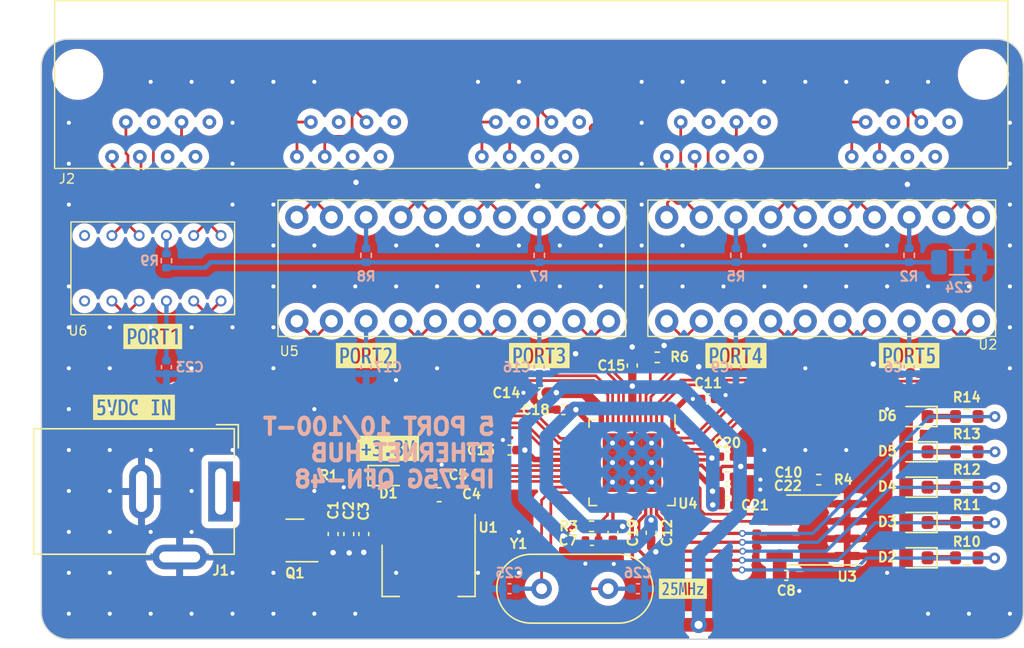
<source format=kicad_pcb>
(kicad_pcb (version 20221018) (generator pcbnew)
  (layers (0 "F.Cu" signal) (1 "In1.Cu" signal) (2 "In2.Cu" signal) (31 "B.Cu" signal) (34 "B.Paste" user) (35 "F.Paste" user) (36 "B.SilkS" user "B.Silkscreen") (37 "F.SilkS" user "F.Silkscreen") (38 "B.Mask" user) (39 "F.Mask" user) (44 "Edge.Cuts" user))
  (net 0 "")
  (net 1 "+5V")
  (net 2 "GND")
  (net 3 "+3.3V")
  (net 4 "Net-(U2-TCT1)")
  (net 5 "Net-(U2-TCT2)")
  (net 6 "Net-(U5-TCT1)")
  (net 7 "Net-(U5-TCT2)")
  (net 8 "+1V1")
  (net 9 "Net-(U6-TXCT)")
  (net 10 "Net-(C24-Pad1)")
  (net 11 "Net-(D1-K)")
  (net 12 "Net-(D2-K)")
  (net 13 "Net-(D3-K)")
  (net 14 "Net-(D4-K)")
  (net 15 "Net-(D5-K)")
  (net 16 "Net-(D6-K)")
  (net 17 "Net-(Q1-D)")
  (net 38 "Net-(U2-CMT1)")
  (net 39 "Net-(U2-CMT2)")
  (net 40 "Net-(U5-CMT1)")
  (net 41 "Net-(U5-CMT2)")
  (net 42 "Net-(U6-TCT)")
  (net 43 "/LINK_LED1")
  (net 44 "/LINK_LED2")
  (net 45 "/LINK_LED3")
  (net 46 "/LINK_LED4")
  (net 47 "/LINK_LED5")
  (net 48 "/RX1P")
  (net 49 "/RX1N")
  (net 50 "/TX1P")
  (net 51 "/TX1N")
  (net 52 "/RX2P")
  (net 53 "/RX2N")
  (net 54 "/TX2P")
  (net 55 "/TX2N")
  (net 56 "/RX3P")
  (net 57 "/RX3N")
  (net 58 "/TX3P")
  (net 59 "/TX3N")
  (net 60 "/TX4N")
  (net 61 "/TX4P")
  (net 62 "/RX4N")
  (net 63 "/RX4P")
  (net 67 "/TX0P")
  (net 68 "/TX0N")
  (net 69 "/RX0P")
  (net 70 "/RX0N")
  (net 71 "/PRX4P")
  (net 72 "/PRX4N")
  (net 73 "/PTX4P")
  (net 74 "/PTX4N")
  (net 75 "/PTX3P")
  (net 76 "/PTX3N")
  (net 77 "/PRX3P")
  (net 78 "/PRX3N")
  (net 79 "/PTX2P")
  (net 80 "/PTX2N")
  (net 81 "/PRX2P")
  (net 82 "/PRX2N")
  (net 83 "/PRX1P")
  (net 84 "/PRX1N")
  (net 85 "/PTX1P")
  (net 86 "/PTX1N")
  (net 87 "/PTX0P")
  (net 88 "/PTX0N")
  (net 89 "/PRX0P")
  (net 90 "/PRX0N")
  (net 91 "/SDA")
  (net 92 "/SCL")
  (net 93 "/RESET")
  (net 94 "/OSCI")
  (net 95 "/X2")
  (net 96 "/BGRES")
  (footprint "Resistor_SMD:R_0402_1005Metric" (layer "F.Cu") (at 140.32 109.333333 180)
    (fp_text reference "R1")
    (fp_text value "560R")
  )
  (footprint "Resistor_SMD:R_0402_1005Metric" (layer "F.Cu") (at 162.786667 100.663333)
    (fp_text reference "R6")
    (fp_text value "6.2K")
  )
  (footprint "Capacitor_SMD:C_0402_1005Metric" (layer "F.Cu") (at 151.956667 107.463333 180)
    (fp_text reference "C13")
    (fp_text value "0.1uF")
  )
  (footprint "Package_SO:SOIC-8_3.9x4.9mm_P1.27mm" (layer "F.Cu") (at 174.236667 113.323333 180)
    (fp_text reference "U3")
    (fp_text value "24LC08")
  )
  (footprint "Resistor_SMD:R_0603_1608Metric" (layer "F.Cu") (at 185.481667 112.773333)
    (fp_text reference "R11")
    (fp_text value "560R")
  )
  (footprint "kibuzzard-653FC639" (layer "F.Cu") (at 141.436667 100.533333)
    (fp_text reference "kibuzzard-653FC639" hide)
    (fp_text value "G***" hide)
  )
  (footprint "Capacitor_SMD:C_0402_1005Metric" (layer "F.Cu") (at 166.516667 103.713333)
    (fp_text reference "C11")
    (fp_text value "0.1uF")
  )
  (footprint "Capacitor_SMD:C_0402_1005Metric" (layer "F.Cu") (at 141.27 113.62 -90)
    (fp_text reference "C3")
    (fp_text value "0.1uF")
  )
  (footprint "Footprints:IP175GX" (layer "F.Cu") (at 160.936667 108.383333 -90)
    (fp_text reference "U4")
    (fp_text value "IP175GH")
  )
  (footprint "LED_SMD:LED_0603_1608Metric" (layer "F.Cu") (at 181.816667 107.593333 180)
    (fp_text reference "D5")
    (fp_text value "LED")
  )
  (footprint "Capacitor_SMD:C_0402_1005Metric" (layer "F.Cu") (at 139.02 113.62 -90)
    (fp_text reference "C1")
    (fp_text value "10uF")
  )
  (footprint "Capacitor_SMD:C_0402_1005Metric" (layer "F.Cu") (at 160.956667 101.263333 90)
    (fp_text reference "C15")
    (fp_text value "0.1uF")
  )
  (footprint "Footprints:BD20A01" (layer "F.Cu") (at 147.976667 94.133333)
    (fp_text reference "U5")
    (fp_text value "BD20A01")
  )
  (footprint "Resistor_SMD:R_0603_1608Metric" (layer "F.Cu") (at 185.481667 107.593333)
    (fp_text reference "R13")
    (fp_text value "560R")
  )
  (footprint "Footprints:BD20A01" (layer "F.Cu") (at 175.096667 94.133333)
    (fp_text reference "U2")
    (fp_text value "BD20A01")
  )
  (footprint "Capacitor_SMD:C_0402_1005Metric" (layer "F.Cu") (at 140.17 113.62 -90)
    (fp_text reference "C2")
    (fp_text value "10uF")
  )
  (footprint "Capacitor_SMD:C_0402_1005Metric" (layer "F.Cu") (at 167.926667 111.493333)
    (fp_text reference "C21")
    (fp_text value "0.1uF")
  )
  (footprint "Capacitor_SMD:C_0402_1005Metric" (layer "F.Cu") (at 159.536667 113.533333 -90)
    (fp_text reference "C19")
    (fp_text value "0.1uF")
  )
  (footprint "Footprints:B1202D" (layer "F.Cu") (at 125.796667 93.933333 180)
    (fp_text reference "U6")
    (fp_text value "B1202D")
  )
  (footprint "Capacitor_SMD:C_0402_1005Metric" (layer "F.Cu") (at 146.5 109.29)
    (fp_text reference "C5")
    (fp_text value "0.1uF")
  )
  (footprint "LED_SMD:LED_0603_1608Metric" (layer "F.Cu") (at 181.816667 115.363333 180)
    (fp_text reference "D2")
    (fp_text value "LED")
  )
  (footprint "Package_TO_SOT_SMD:SOT-23" (layer "F.Cu") (at 136.22 114.09 180)
    (fp_text reference "Q1")
    (fp_text value "Si2319CDS")
  )
  (footprint "Capacitor_SMD:C_0402_1005Metric" (layer "F.Cu") (at 172.241667 116.653333)
    (fp_text reference "C8")
    (fp_text value "0.1uF")
  )
  (footprint "Capacitor_SMD:C_0402_1005Metric" (layer "F.Cu") (at 167.896667 107.943333)
    (fp_text reference "C20")
    (fp_text value "0.1uF")
  )
  (footprint "Capacitor_SMD:C_0402_1005Metric" (layer "F.Cu") (at 154.206667 103.263333 180)
    (fp_text reference "C14")
    (fp_text value "0.1uF")
  )
  (footprint "kibuzzard-653FC61D" (layer "F.Cu") (at 181.256667 100.533333)
    (fp_text reference "kibuzzard-653FC61D" hide)
    (fp_text value "G***" hide)
  )
  (footprint "Capacitor_SMD:C_0402_1005Metric" (layer "F.Cu") (at 162.336667 113.533333 -90)
    (fp_text reference "C12")
    (fp_text value "0.1uF")
  )
  (footprint "Resistor_SMD:R_0603_1608Metric" (layer "F.Cu") (at 185.481667 105.003333)
    (fp_text reference "R14")
    (fp_text value "560R")
  )
  (footprint "Connector_BarrelJack:BarrelJack_Wuerth_6941xx301002" (layer "F.Cu") (at 130.766667 110.503333 -90)
    (fp_text reference "J1")
    (fp_text value "Barrel_Jack_Switch")
  )
  (footprint "Package_TO_SOT_SMD:SOT-223-3_TabPin2" (layer "F.Cu") (at 146.02 116.29 -90)
    (fp_text reference "U1")
    (fp_text value "AMS1117-3.3")
  )
  (footprint "kibuzzard-653FC56A" (layer "F.Cu") (at 143.05 107.333333)
    (fp_text reference "kibuzzard-653FC56A" hide)
    (fp_text value "G***" hide)
  )
  (footprint "Resistor_SMD:R_0603_1608Metric" (layer "F.Cu") (at 185.481667 115.363333)
    (fp_text reference "R10")
    (fp_text value "560R")
  )
  (footprint "Resistor_SMD:R_0402_1005Metric" (layer "F.Cu") (at 174.626667 109.633333)
    (fp_text reference "R4")
    (fp_text value "4.7K")
  )
  (footprint "LED_SMD:LED_0603_1608Metric" (layer "F.Cu") (at 143.07 109.333333)
    (fp_text reference "D1")
    (fp_text value "LED")
  )
  (footprint "kibuzzard-653FC5D3" (layer "F.Cu") (at 125.796667 99.133333)
    (fp_text reference "kibuzzard-653FC5D3" hide)
    (fp_text value "G***" hide)
  )
  (footprint "kibuzzard-653FC613" (layer "F.Cu") (at 168.556667 100.533333)
    (fp_text reference "kibuzzard-653FC613" hide)
    (fp_text value "G***" hide)
  )
  (footprint "Resistor_SMD:R_0603_1608Metric" (layer "F.Cu") (at 185.481667 110.183333)
    (fp_text reference "R12")
    (fp_text value "560R")
  )
  (footprint "kibuzzard-653FC52A" (layer "F.Cu") (at 124.416667 104.333333)
    (fp_text reference "kibuzzard-653FC52A" hide)
    (fp_text value "G***" hide)
  )
  (footprint "LED_SMD:LED_0603_1608Metric" (layer "F.Cu") (at 181.816667 105.003333 180)
    (fp_text reference "D6")
    (fp_text value "LED")
  )
  (footprint "Capacitor_SMD:C_0402_1005Metric" (layer "F.Cu") (at 155.9 104.5 180)
    (fp_text reference "C18")
    (fp_text value "0.1uF")
  )
  (footprint "Capacitor_SMD:C_0402_1005Metric" (layer "F.Cu") (at 158 114.09 180)
    (fp_text reference "C7")
    (fp_text value "0.1uF")
  )
  (footprint "kibuzzard-653FC5FE" (layer "F.Cu") (at 154.136667 100.533333)
    (fp_text reference "kibuzzard-653FC5FE" hide)
    (fp_text value "G***" hide)
  )
  (footprint "Resistor_SMD:R_0402_1005Metric" (layer "F.Cu") (at 157.97 113.053333 180)
    (fp_text reference "R3")
    (fp_text value "470K")
  )
  (footprint "Capacitor_SMD:C_0603_1608Metric" (layer "F.Cu") (at 146.795 110.74)
    (fp_text reference "C4")
    (fp_text value "10uF")
  )
  (footprint "LED_SMD:LED_0603_1608Metric" (layer "F.Cu") (at 181.816667 110.183333 180)
    (fp_text reference "D4")
    (fp_text value "LED")
  )
  (footprint "Capacitor_SMD:C_0402_1005Metric" (layer "F.Cu") (at 167.926667 110.493333)
    (fp_text reference "C22")
    (fp_text value "0.1uF")
  )
  (footprint "Capacitor_SMD:C_0402_1005Metric" (layer "F.Cu") (at 167.896667 109.423333)
    (fp_text reference "C10")
    (fp_text value "0.1uF")
  )
  (footprint "Footprints:ETH_5-Port_RC01459" (layer "F.Cu") (at 153.496667 79.913333 180)
    (fp_text reference "J2")
    (fp_text value "RB1-125BAG1A")
  )
  (footprint "kibuzzard-6540906E" (layer "F.Cu") (at 164.666667 117.63)
    (fp_text reference "kibuzzard-6540906E" hide)
    (fp_text value "G***" hide)
  )
  (footprint "Crystal:Crystal_HC49-4H_Vertical" (layer "F.Cu") (at 154.305 117.63)
    (fp_text reference "Y1")
    (fp_text value "25MHZ")
  )
  (footprint "LED_SMD:LED_0603_1608Metric" (layer "F.Cu") (at 181.816667 112.773333 180)
    (fp_text reference "D3")
    (fp_text value "LED")
  )
  (footprint "Resistor_SMD:R_0402_1005Metric" (layer "B.Cu") (at 168.556667 93.183333 90)
    (fp_text reference "R5")
    (fp_text value "75R")
  )
  (footprint "Capacitor_SMD:C_1206_3216Metric" (layer "B.Cu") (at 184.916667 93.693333)
    (fp_text reference "C24")
    (fp_text value "1nF")
  )
  (footprint "Capacitor_SMD:C_0402_1005Metric" (layer "B.Cu") (at 161.375 117.63)
    (fp_text reference "C26")
    (fp_text value "30pF")
  )
  (footprint "Resistor_SMD:R_0402_1005Metric" (layer "B.Cu") (at 126.796667 93.58 90)
    (fp_text reference "R9")
    (fp_text value "75R")
  )
  (footprint "Resistor_SMD:R_0402_1005Metric" (layer "B.Cu") (at 181.256667 93.183333 90)
    (fp_text reference "R2")
    (fp_text value "75R")
  )
  (footprint "Capacitor_SMD:C_0402_1005Metric" (layer "B.Cu") (at 141.436667 101.383333 -90)
    (fp_text reference "C17")
    (fp_text value "0.1uF")
  )
  (footprint "Resistor_SMD:R_0402_1005Metric" (layer "B.Cu") (at 154.136667 93.183333 90)
    (fp_text reference "R7")
    (fp_text value "75R")
  )
  (footprint "Capacitor_SMD:C_0402_1005Metric" (layer "B.Cu") (at 126.796667 101.383333 -90)
    (fp_text reference "C23")
    (fp_text value "0.1uF")
  )
  (footprint "Capacitor_SMD:C_0402_1005Metric" (layer "B.Cu") (at 168.556667 101.383333 -90)
    (fp_text reference "C9")
    (fp_text value "0.1uF")
  )
  (footprint "Capacitor_SMD:C_0402_1005Metric" (layer "B.Cu") (at 181.256667 101.383333 -90)
    (fp_text reference "C6")
    (fp_text value "0.1uF")
  )
  (footprint "Capacitor_SMD:C_0402_1005Metric" (layer "B.Cu") (at 151.945 117.63 180)
    (fp_text reference "C25")
    (fp_text value "30pF")
  )
  (footprint "Resistor_SMD:R_0402_1005Metric" (layer "B.Cu") (at 141.436667 93.183333 90)
    (fp_text reference "R8")
    (fp_text value "75R")
  )
  (footprint "Capacitor_SMD:C_0402_1005Metric" (layer "B.Cu") (at 154.136667 101.383333 -90)
    (fp_text reference "C16")
    (fp_text value "0.1uF")
  )
  (gr_line (start 117.626667 79.333333) (end 117.626667 119.333333) (stroke (width 0.1)) (layer "Edge.Cuts"))
  (gr_line (start 189.626667 119.333333) (end 189.626667 79.333333) (stroke (width 0.1)) (layer "Edge.Cuts"))
  (gr_line (start 187.626667 77.333333) (end 119.626667 77.333333) (stroke (width 0.1)) (layer "Edge.Cuts"))
  (gr_arc (start 189.626667 119.333333) (mid 189.040881 120.747547) (end 187.626667 121.333333) (stroke (width 0.1)) (layer "Edge.Cuts"))
  (gr_arc (start 119.626667 121.333333) (mid 118.212453 120.747547) (end 117.626667 119.333333) (stroke (width 0.1)) (layer "Edge.Cuts"))
  (gr_arc (start 117.626667 79.333333) (mid 118.212453 77.919119) (end 119.626667 77.333333) (stroke (width 0.1)) (layer "Edge.Cuts"))
  (gr_line (start 119.626667 121.333333) (end 187.626667 121.333333) (stroke (width 0.1)) (layer "Edge.Cuts"))
  (gr_arc (start 187.626667 77.333333) (mid 189.040881 77.919119) (end 189.626667 79.333333) (stroke (width 0.1)) (layer "Edge.Cuts"))
  (gr_text "5 PORT 10/100-T \nETHERNET HUB\nIP175G QFN-48" (at 151.036667 110.313333) (layer "B.SilkS") (effects (font (size 1.2 1.2) (thickness 0.3) bold) (justify left bottom mirror)))
  (segment (start 137.1575 113.14) (end 143.72 113.14) (width 1) (layer "F.Cu") (net 1))
  (segment (start 154.433334 104.5) (end 155.42 104.5) (width 0.5) (layer "F.Cu") (net 2))
  (segment (start 139.796667 110.193333) (end 139.796667 109.346666) (width 0.6) (layer "F.Cu") (net 2))
  (segment (start 153.726667 103.793333) (end 154.433334 104.5) (width 0.5) (layer "F.Cu") (net 2))
  (segment (start 158.736667 111.383333) (end 158.736667 110.583333) (width 0.24) (layer "F.Cu") (net 2))
  (segment (start 151.466667 106.723333) (end 151.466667 107.453333) (width 0.8) (layer "F.Cu") (net 2))
  (segment (start 162.676667 114.923333) (end 162.336667 114.583333) (width 0.6) (layer "F.Cu") (net 2))
  (segment (start 167.516667 103.713333) (end 167.796667 103.433333) (width 0.4) (layer "F.Cu") (net 2))
  (segment (start 151.466667 107.453333) (end 151.476667 107.463333) (width 0.8) (layer "F.Cu") (net 2))
  (segment (start 147.57 110.806666) (end 148.32 111.556666) (width 0.6) (layer "F.Cu") (net 2))
  (segment (start 139.796667 109.346666) (end 139.81 109.333333) (width 0.6) (layer "F.Cu") (net 2))
  (segment (start 148.32 111.556666) (end 148.32 113.14) (width 0.6) (layer "F.Cu") (net 2))
  (segment (start 170.136667 109.423333) (end 170.346667 109.633333) (width 0.24) (layer "F.Cu") (net 2))
  (segment (start 158.736667 110.583333) (end 159.503334 109.816666) (width 0.24) (layer "F.Cu") (net 2))
  (segment (start 160.336667 110.416666) (end 160.936667 109.816666) (width 0.24) (layer "F.Cu") (net 2))
  (segment (start 166.996667 103.713333) (end 167.516667 103.713333) (width 0.4) (layer "F.Cu") (net 2))
  (segment (start 147.57 110.74) (end 147.57 110.806666) (width 0.6) (layer "F.Cu") (net 2))
  (segment (start 161.136667 105.383333) (end 161.136667 106.75) (width 0.24) (layer "F.Cu") (net 2))
  (segment (start 168.376667 109.423333) (end 170.136667 109.423333) (width 0.24) (layer "F.Cu") (net 2))
  (segment (start 153.726667 103.263333) (end 153.726667 103.793333) (width 0.5) (layer "F.Cu") (net 2))
  (segment (start 162.336667 114.583333) (end 162.336667 114.013333) (width 0.6) (layer "F.Cu") (net 2))
  (segment (start 146.976667 109.286667) (end 146.98 109.29) (width 0.6) (layer "F.Cu") (net 2))
  (segment (start 160.336667 111.383333) (end 160.336667 110.416666) (width 0.24) (layer "F.Cu") (net 2))
  (segment (start 146.976667 108.533333) (end 146.976667 109.286667) (width 0.6) (layer "F.Cu") (net 2))
  (segment (start 161.136667 106.75) (end 160.936667 106.95) (width 0.24) (layer "F.Cu") (net 2))
  (via (at 158.641667 92.463333) (size 0.6) (drill 0.3) (layers "F.Cu" "B.Cu") (net 2))
  (via (at 188.641667 86.463333) (size 0.6) (drill 0.3) (layers "F.Cu" "B.Cu") (net 2))
  (via (at 161.641667 89.463333) (size 0.6) (drill 0.3) (layers "F.Cu" "B.Cu") (net 2))
  (via (at 170.641667 107.463333) (size 0.6) (drill 0.3) (layers "F.Cu" "B.Cu") (net 2))
  (via (at 165.826667 101.353333) (size 0.8) (drill 0.4) (layers "F.Cu" "B.Cu") (net 2))
  (via (at 119.641667 113.463333) (size 0.6) (drill 0.3) (layers "F.Cu" "B.Cu") (net 2))
  (via (at 131.641667 80.463333) (size 0.6) (drill 0.3) (layers "F.Cu" "B.Cu") (net 2))
  (via (at 122.641667 101.463333) (size 0.6) (drill 0.3) (layers "F.Cu" "B.Cu") (net 2))
  (via (at 188.641667 119.463333) (size 0.6) (drill 0.3) (layers "F.Cu" "B.Cu") (net 2))
  (via (at 179.641667 80.463333) (size 0.6) (drill 0.3) (layers "F.Cu" "B.Cu") (net 2))
  (via (at 161.641667 86.463333) (size 0.6) (drill 0.3) (layers "F.Cu" "B.Cu") (net 2))
  (via (at 149.641667 116.463333) (size 0.6) (drill 0.3) (layers "F.Cu" "B.Cu") (net 2))
  (via (at 170.346667 109.633333) (size 0.5) (drill 0.3) (layers "F.Cu" "B.Cu") (net 2))
  (via (at 161.641667 95.463333) (size 0.6) (drill 0.3) (layers "F.Cu" "B.Cu") (net 2))
  (via (at 134.641667 92.463333) (size 0.6) (drill 0.3) (layers "F.Cu" "B.Cu") (net 2))
  (via (at 119.641667 101.463333) (size 0.6) (drill 0.3) (layers "F.Cu" "B.Cu") (net 2))
  (via (at 182.641667 119.463333) (size 0.6) (drill 0.3) (layers "F.Cu" "B.Cu") (net 2))
  (via (at 173.196667 117.793333) (size 0.5) (drill 0.3) (layers "F.Cu" "B.Cu") (net 2))
  (via (at 179.641667 92.463333) (size 0.6) (drill 0.3) (layers "F.Cu" "B.Cu") (net 2))
  (via (at 167.641667 80.463333) (size 0.6) (drill 0.3) (layers "F.Cu" "B.Cu") (net 2))
  (via (at 188.641667 92.463333) (size 0.6) (drill 0.3) (layers "F.Cu" "B.Cu") (net 2))
  (via (at 131.641667 116.463333) (size 0.6) (drill 0.3) (layers "F.Cu" "B.Cu") (net 2))
  (via (at 119.641667 110.463333) (size 0.6) (drill 0.3) (layers "F.Cu" "B.Cu") (net 2))
  (via (at 173.641667 107.463333) (size 0.6) (drill 0.3) (layers "F.Cu" "B.Cu") (net 2))
  (via (at 134.641667 89.463333) (size 0.6) (drill 0.3) (layers "F.Cu" "B.Cu") (net 2))
  (via (at 170.336667 110.363333) (size 0.5) (drill 0.3) (layers "F.Cu" "B.Cu") (net 2))
  (via (at 134.641667 98.463333) (size 0.6) (drill 0.3) (layers "F.Cu" "B.Cu") (net 2))
  (via (at 185.641667 119.463333) (size 0.6) (drill 0.3) (layers "F.Cu" "B.Cu") (net 2))
  (via (at 159.596667 115.813333) (size 0.5) (drill 0.3) (layers "F.Cu" "B.Cu") (net 2))
  (via (at 162.676667 114.923333) (size 0.6) (drill 0.4) (layers "F.Cu" "B.Cu") (net 2))
  (via (at 170.641667 80.463333) (size 0.6) (drill 0.3) (layers "F.Cu" "B.Cu") (net 2))
  (via (at 134.641667 119.463333) (size 0.6) (drill 0.3) (layers "F.Cu" "B.Cu") (net 2))
  (via (at 143.641667 92.463333) (size 0.6) (drill 0.3) (layers "F.Cu" "B.Cu") (net 2))
  (via (at 134.641667 80.463333) (size 0.6) (drill 0.3) (layers "F.Cu" "B.Cu") (net 2))
  (via (at 152.641667 116.463333) (size 0.6) (drill 0.3) (layers "F.Cu" "B.Cu") (net 2))
  (via (at 157.516667 115.793333) (size 0.5) (drill 0.3) (layers "F.Cu" "B.Cu") (net 2))
  (via (at 122.641667 113.463333) (size 0.6) (drill 0.3) (layers "F.Cu" "B.Cu") (net 2))
  (via (at 134.641667 95.463333) (size 0.6) (drill 0.3) (layers "F.Cu" "B.Cu") (net 2))
  (via (at 161.641667 80.463333) (size 0.6) (drill 0.3) (layers "F.Cu" "B.Cu") (net 2))
  (via (at 179.641667 95.463333) (size 0.6) (drill 0.3) (layers "F.Cu" "B.Cu") (net 2))
  (via (at 137.641667 80.463333) (size 0.6) (drill 0.3) (layers "F.Cu" "B.Cu") (net 2))
  (via (at 140.641667 119.463333) (size 0.6) (drill 0.3) (layers "F.Cu" "B.Cu") (net 2))
  (via (at 119.641667 89.463333) (size 0.6) (drill 0.3) (layers "F.Cu" "B.Cu") (net 2))
  (via (at 164.641667 92.463333) (size 0.6) (drill 0.3) (layers "F.Cu" "B.Cu") (net 2))
  (via (at 173.641667 80.463333) (size 0.6) (drill 0.3) (layers "F.Cu" "B.Cu") (net 2))
  (via (at 125.641667 119.463333) (size 0.6) (drill 0.3) (layers "F.Cu" "B.Cu") (net 2))
  (via (at 119.641667 86.463333) (size 0.6) (drill 0.3) (layers "F.Cu" "B.Cu") (net 2))
  (via (at 178.626667 101.153333) (size 0.8) (drill 0.4) (layers "F.Cu" "B.Cu") (net 2))
  (via (at 173.641667 101.463333) (size 0.6) (drill 0.3) (layers "F.Cu" "B.Cu") (net 2))
  (via (at 139.796667 110.193333) (size 0.5) (drill 0.3) (layers "F.Cu" "B.Cu") (net 2))
  (via (at 134.641667 116.463333) (size 0.6) (drill 0.3) (layers "F.Cu" "B.Cu") (net 2))
  (via (at 152.641667 95.463333) (size 0.6) (drill 0.3) (layers "F.Cu" "B.Cu") (net 2))
  (via (at 119.641667 116.463333) (size 0.6) (drill 0.3) (layers "F.Cu" "B.Cu") (net 2))
  (via (at 143.641667 95.463333) (size 0.6) (drill 0.3) (layers "F.Cu" "B.Cu") (net 2))
  (via (at 122.641667 98.463333) (size 0.6) (drill 0.3) (layers "F.Cu" "B.Cu") (net 2))
  (via (at 122.641667 107.463333) (size 0.6) (drill 0.3) (layers "F.Cu" "B.Cu") (net 2))
  (via (at 125.641667 98.463333) (size 0.6) (drill 0.3) (layers "F.Cu" "B.Cu") (net 2))
  (via (at 122.641667 110.463333) (size 0.6) (drill 0.3) (layers "F.Cu" "B.Cu") (net 2))
  (via (at 119.641667 107.463333) (size 0.6) (drill 0.3) (layers "F.Cu" "B.Cu") (net 2))
  (via (at 164.641667 80.463333) (size 0.6) (drill 0.3) (layers "F.Cu" "B.Cu") (net 2))
  (via (at 128.641667 119.463333) (size 0.6) (drill 0.3) (layers "F.Cu" "B.Cu") (net 2))
  (via (at 161.641667 92.463333) (size 0.6) (drill 0.3) (layers "F.Cu" "B.Cu") (net 2))
  (via (at 137.641667 92.463333) (size 0.6) (drill 0.3) (layers "F.Cu" "B.Cu") (net 2))
  (via (at 167.796667 103.433333) (size 0.5) (drill 0.3) (layers "F.Cu" "B.Cu") (net 2))
  (via (at 152.641667 80.463333) (size 0.6) (drill 0.3) (layers "F.Cu" "B.Cu") (net 2))
  (via (at 176.641667 80.463333) (size 0.6) (drill 0.3) (layers "F.Cu" "B.Cu") (net 2))
  (via (at 119.641667 104.463333) (size 0.6) (drill 0.3) (layers "F.Cu" "B.Cu") (net 2))
  (via (at 140.196667 115.003333) (size 0.8) (drill 0.4) (layers "F.Cu" "B.Cu") (net 2))
  (via (at 176.641667 92.463333) (size 0.6) (drill 0.3) (layers "F.Cu" "B.Cu") (net 2))
  (via (at 119.641667 98.463333) (size 0.6) (drill 0.3) (layers "F.Cu" "B.Cu") (net 2))
  (via (at 122.641667 116.463333) (size 0.6) (drill 0.3) (layers "F.Cu" "B.Cu") (net 2))
  (via (at 152.641667 92.463333) (size 0.6) (drill 0.3) (layers "F.Cu" "B.Cu") (net 2))
  (via (at 119.641667 83.463333) (size 0.6) (drill 0.3) (layers "F.Cu" "B.Cu") (net 2))
  (via (at 141.266667 114.963333) (size 0.8) (drill 0.4) (layers "F.Cu" "B.Cu") (net 2))
  (via (at 156.796667 100.403333) (size 0.8) (drill 0.4) (layers "F.Cu" "B.Cu") (net 2))
  (via (at 146.641667 95.463333) (size 0.6) (drill 0.3) (layers "F.Cu" "B.Cu") (net 2))
  (via (at 176.641667 107.463333) (size 0.6) (drill 0.3) (layers "F.Cu" "B.Cu") (net 2))
  (via (at 131.641667 119.463333) (size 0.6) (drill 0.3) (layers "F.Cu" "B.Cu") (net 2))
  (via (at 122.641667 104.463333) (size 0.6) (drill 0.3) (layers "F.Cu" "B.Cu") (net 2))
  (via (at 146.641667 101.463333) (size 0.6) (drill 0.3) (layers "F.Cu" "B.Cu") (net 2))
  (via (at 173.641667 95.463333) (size 0.6) (drill 0.3) (layers "F.Cu" "B.Cu") (net 2))
  (via (at 151.466667 106.723333) (size 0.5) (drill 0.3) (layers "F.Cu" "B.Cu") (net 2))
  (via (at 143.626667 102.333333) (size 0.5) (drill 0.3) (layers "F.Cu" "B.Cu") (net 2))
  (via (at 140.696667 87.833333) (size 0.8) (drill 0.4) (layers "F.Cu" "B.Cu") (net 2))
  (via (at 125.641667 107.463333) (size 0.6) (drill 0.3) (layers "F.Cu" "B.Cu") (net 2))
  (via (at 131.641667 107.463333) (size 0.6) (drill 0.3) (layers "F.Cu" "B.Cu") (net 2))
  (via (at 188.641667 89.463333) (size 0.6) (drill 0.3) (layers "F.Cu" "B.Cu") (net 2))
  (via (at 131.641667 98.463333) (size 0.6) (drill 0.3) (layers "F.Cu" "B.Cu") (net 2))
  (via (at 188.641667 83.463333) (size 0.6) (drill 0.3) (layers "F.Cu" "B.Cu") (net 2))
  (via (at 119.641667 95.463333) (size 0.6) (drill 0.3) (layers "F.Cu" "B.Cu") (net 2))
  (via (at 128.641667 113.463333) (size 0.6) (drill 0.3) (layers "F.Cu" "B.Cu") (net 2))
  (via (at 137.641667 104.463333) (size 0.6) (drill 0.3) (layers "F.Cu" "B.Cu") (net 2))
  (via (at 170.641667 95.463333) (size 0.6) (drill 0.3) (layers "F.Cu" "B.Cu") (net 2))
  (via (at 182.641667 95.463333) (size 0.6) (drill 0.3) (layers "F.Cu" "B.Cu") (net 2))
  (via (at 155.641667 95.463333) (size 0.6) (drill 0.3) (layers "F.Cu" "B.Cu") (net 2))
  (via (at 155.641667 92.463333) (size 0.6) (drill 0.3) (layers "F.Cu" "B.Cu") (net 2))
  (via (at 125.641667 80.463333) (size 0.6) (drill 0.3) (layers "F.Cu" "B.Cu") (net 2))
  (via (at 158.641667 95.463333) (size 0.6) (drill 0.3) (layers "F.Cu" "B.Cu") (net 2))
  (via (at 182.641667 80.463333) (size 0.6) (drill 0.3) (layers "F.Cu" "B.Cu") (net 2))
  (via (at 161.641667 83.463333) (size 0.6) (drill 0.3) (layers "F.Cu" "B.Cu") (net 2))
  (via (at 188.641667 95.463333) (size 0.6) (drill 0.3) (layers "F.Cu" "B.Cu") (net 2))
  (via (at 152.641667 113.463333) (size 0.6) (drill 0.3) (layers "F.Cu" "B.Cu") (net 2))
  (via (at 185.641667 95.463333) (size 0.6) (drill 0.3) (layers "F.Cu" "B.Cu") (net 2))
  (via (at 149.641667 95.463333) (size 0.6) (drill 0.3) (layers "F.Cu" "B.Cu") (net 2))
  (via (at 131.641667 89.463333) (size 0.6) (drill 0.3) (layers "F.Cu" "B.Cu") (net 2))
  (via (at 139.016667 114.983333) (size 0.8) (drill 0.4) (layers "F.Cu" "B.Cu") (net 2))
  (via (at 131.641667 86.463333) (size 0.6) (drill 0.3) (layers "F.Cu" "B.Cu") (net 2))
  (via (at 167.641667 95.463333) (size 0.6) (drill 0.3) (layers "F.Cu" "B.Cu") (net 2))
  (via (at 143.641667 116.463333) (size 0.6) (drill 0.3) (layers "F.Cu" "B.Cu") (net 2))
  (via (at 128.641667 110.463333) (size 0.6) (drill 0.3) (layers "F.Cu" "B.Cu") (net 2))
  (via (at 137.641667 95.463333) (size 0.6) (drill 0.3) (layers "F.Cu" "B.Cu") (net 2))
  (via (at 128.641667 101.463333) (size 0.6) (drill 0.3) (layers "F.Cu" "B.Cu") (net 2))
  (via (at 179.641667 116.463333) (size 0.6) (drill 0.3) (layers "F.Cu" "B.Cu") (net 2))
  (via (at 128.641667 80.463333) (size 0.6) (drill 0.3) (layers "F.Cu" "B.Cu") (net 2))
  (via (at 128.641667 107.463333) (size 0.6) (drill 0.3) (layers "F.Cu" "B.Cu") (net 2))
  (via (at 146.641667 92.463333) (size 0.6) (drill 0.3) (layers "F.Cu" "B.Cu") (net 2))
  (via (at 119.641667 119.463333) (size 0.6) (drill 0.3) (layers "F.Cu" "B.Cu") (net 2))
  (via (at 137.641667 110.463333) (size 0.6) (drill 0.3) (layers "F.Cu" "B.Cu") (net 2))
  (via (at 146.976667 108.533333) (size 0.5) (drill 0.3) (layers "F.Cu" "B.Cu") (net 2))
  (via (at 122.641667 119.463333) (size 0.6) (drill 0.3) (layers "F.Cu" "B.Cu") (net 2))
  (via (at 160.946667 99.903333) (size 0.8) (drill 0.4) (layers "F.Cu" "B.Cu") (net 2))
  (via (at 188.641667 101.463333) (size 0.6) (drill 0.3) (layers "F.Cu" "B.Cu") (net 2))
  (via (at 179.641667 104.463333) (size 0.6) (drill 0.3) (layers "F.Cu" "B.Cu") (net 2))
  (via (at 163.286667 99.793333) (size 0.8) (drill 0.4) (layers "F.Cu" "B.Cu") (net 2))
  (via (at 173.641667 92.463333) (size 0.6) (drill 0.3) (layers "F.Cu" "B.Cu") (net 2))
  (via (at 140.641667 95.463333) (size 0.6) (drill 0.3) (layers "F.Cu" "B.Cu") (net 2))
  (via (at 170.641667 92.463333) (size 0.6) (drill 0.3) (layers "F.Cu" "B.Cu") (net 2))
  (via (at 131.641667 83.463333) (size 0.6) (drill 0.3) (layers "F.Cu" "B.Cu") (net 2))
  (via (at 181.126667 87.983333) (size 0.8) (drill 0.4) (layers "F.Cu" "B.Cu") (net 2))
  (via (at 152.976667 103.263333) (size 0.5) (drill 0.3) (layers "F.Cu" "B.Cu") (net 2))
  (via (at 125.641667 113.463333) (size 0.6) (drill 0.3) (layers "F.Cu" "B.Cu") (net 2))
  (via (at 128.641667 98.463333) (size 0.6) (drill 0.3) (layers "F.Cu" "B.Cu") (net 2))
  (via (at 134.641667 101.463333) (size 0.6) (drill 0.3) (layers "F.Cu" "B.Cu") (net 2))
  (via (at 149.641667 80.463333) (size 0.6) (drill 0.3) (layers "F.Cu" "B.Cu") (net 2))
  (via (at 137.641667 119.463333) (size 0.6) (drill 0.3) (layers "F.Cu" "B.Cu") (net 2))
  (via (at 176.641667 95.463333) (size 0.6) (drill 0.3) (layers "F.Cu" "B.Cu") (net 2))
  (via (at 188.641667 98.463333) (size 0.6) (drill 0.3) (layers "F.Cu" "B.Cu") (net 2))
  (via (at 154.016667 88.103333) (size 0.8) (drill 0.4) (layers "F.Cu" "B.Cu") (net 2))
  (via (at 149.641667 92.463333) (size 0.6) (drill 0.3) (layers "F.Cu" "B.Cu") (net 2))
  (via (at 164.641667 95.463333) (size 0.6) (drill 0.3) (layers "F.Cu" "B.Cu") (net 2))
  (segment (start 154.686667 103.263333) (end 155.376667 103.263333) (width 0.8) (layer "F.Cu") (net 3))
  (segment (start 160.956667 104.463333) (end 160.956667 104.033333) (width 0.25) (layer "F.Cu") (net 3))
  (segment (start 160.736667 105.383333) (end 160.736667 104.683333) (width 0.25) (layer "F.Cu") (net 3))
  (segment (start 171.7 120.28) (end 151.08 120.28) (width 1) (layer "F.Cu") (net 3))
  (segment (start 178.76 120.28) (end 181.029167 118.010833) (width 1) (layer "F.Cu") (net 3))
  (segment (start 154.276667 108.154733) (end 153.768067 108.154733) (width 0.4) (layer "F.Cu") (net 3))
  (segment (start 155.876667 113.763333) (end 156.586667 113.053333) (width 0.32) (layer "F.Cu") (net 3))
  (segment (start 157.086667 108.185733) (end 157.089067 108.183333) (width 0.25) (layer "F.Cu") (net 3))
  (segment (start 181.029167 118.010833) (end 181.029167 115.363333) (width 1) (layer "F.Cu") (net 3))
  (segment (start 162.336667 112.593333) (end 162.336667 111.383333) (width 0.2) (layer "F.Cu") (net 3))
  (segment (start 157.089067 108.183333) (end 157.936667 108.183333) (width 0.25) (layer "F.Cu") (net 3))
  (segment (start 167.416667 108.823333) (end 167.546667 108.693333) (width 0.25) (layer "F.Cu") (net 3))
  (segment (start 166.036667 108.583333) (end 163.936667 108.583333) (width 0.25) (layer "F.Cu") (net 3))
  (segment (start 154.276667 108.154733) (end 154.307667 108.185733) (width 0.3) (layer "F.Cu") (net 3))
  (segment (start 160.736667 104.683333) (end 160.956667 104.463333) (width 0.25) (layer "F.Cu") (net 3))
  (segment (start 171.761667 120.218333) (end 171.7 120.28) (width 1) (layer "F.Cu") (net 3))
  (segment (start 175.136667 109.073333) (end 175.136667 109.633333) (width 0.4) (layer "F.Cu") (net 3))
  (segment (start 171.761667 116.653333) (end 171.761667 115.228333) (width 1) (layer "F.Cu") (net 3))
  (segment (start 152.436667 107.463333) (end 153.076667 107.463333) (width 0.6) (layer "F.Cu") (net 3))
  (segment (start 160.956667 102.773333) (end 160.956667 104.033333) (width 0.6) (layer "F.Cu") (net 3))
  (segment (start 160.956667 101.743333) (end 160.956667 102.773333) (width 0.6) (layer "F.Cu") (net 3))
  (segment (start 155.386667 103.253333) (end 157.426667 103.253333) (width 0.8) (layer "F.Cu") (net 3))
  (segment (start 167.416667 109.423333) (end 166.876667 109.423333) (width 0.25) (layer "F.Cu") (net 3))
  (segment (start 166.036667 103.713333) (end 165.396667 103.713333) (width 0.4) (layer "F.Cu") (net 3))
  (segment (start 157.46 113.053333) (end 156.586667 113.053333) (width 0.32) (layer "F.Cu") (net 3))
  (segment (start 146.02 110.74) (end 146.02 109.29) (width 1) (layer "F.Cu") (net 3))
  (segment (start 162.336667 112.593333) (end 162.336667 113.053333) (width 0.6) (layer "F.Cu") (net 3))
  (segment (start 181.029167 115.363333) (end 181.029167 105.003333) (width 1) (layer "F.Cu") (net 3))
  (segment (start 164.876667 103.713333) (end 163.936667 104.653333) (width 0.4) (layer "F.Cu") (net 3))
  (segment (start 171.761667 116.653333) (end 171.761667 120.218333) (width 1) (layer "F.Cu") (net 3))
  (segment (start 150.24 119.44) (end 146.02 119.44) (width 1) (layer "F.Cu") (net 3))
  (segment (start 167.546667 108.693333) (end 167.576667 108.663333) (width 0.25) (layer "F.Cu") (net 3))
  (segment (start 155.376667 103.263333) (end 155.386667 103.253333) (width 0.8) (layer "F.Cu") (net 3))
  (segment (start 146.02 113.14) (end 146.02 119.44) (width 1) (layer "F.Cu") (net 3))
  (segment (start 158.684267 104.540933) (end 158.684267 105.383333) (width 0.4) (layer "F.Cu") (net 3))
  (segment (start 158.356667 104.213333) (end 158.684267 104.540933) (width 0.4) (layer "F.Cu") (net 3))
  (segment (start 153.768067 108.154733) (end 153.076667 107.463333) (width 0.4) (layer "F.Cu") (net 3))
  (segment (start 151.08 120.28) (end 150.24 119.44) (width 1) (layer "F.Cu") (net 3))
  (segment (start 154.307667 108.185733) (end 157.086667 108.185733) (width 0.3) (layer "F.Cu") (net 3))
  (segment (start 166.876667 109.423333) (end 166.036667 108.583333) (width 0.25) (layer "F.Cu") (net 3))
  (segment (start 168.906667 108.663333) (end 174.726667 108.663333) (width 0.4) (layer "F.Cu") (net 3))
  (segment (start 163.936667 104.653333) (end 163.936667 106.130933) (width 0.4) (layer "F.Cu") (net 3))
  (segment (start 165.396667 103.713333) (end 164.876667 103.713333) (width 0.4) (layer "F.Cu") (net 3))
  (segment (start 167.576667 108.663333) (end 168.906667 108.663333) (width 0.25) (layer "F.Cu") (net 3))
  (segment (start 167.416667 109.423333) (end 167.416667 108.823333) (width 0.25) (layer "F.Cu") (net 3))
  (segment (start 157.426667 103.253333) (end 158.356667 104.183333) (width 0.8) (layer "F.Cu") (net 3))
  (segment (start 146.02 113.14) (end 146.02 110.74) (width 1) (layer "F.Cu") (net 3))
  (segment (start 143.900833 109.29) (end 143.8575 109.333333) (width 1) (layer "F.Cu") (net 3))
  (segment (start 171.7 120.28) (end 178.76 120.28) (width 1) (layer "F.Cu") (net 3))
  (segment (start 146.02 109.29) (end 143.900833 109.29) (width 1) (layer "F.Cu") (net 3))
  (segment (start 174.726667 108.663333) (end 175.136667 109.073333) (width 0.4) (layer "F.Cu") (net 3))
  (via (at 160.956667 102.773333) (size 0.6) (drill 0.4) (layers "F.Cu" "B.Cu") (net 3))
  (via (at 155.386667 103.253333) (size 0.6) (drill 0.4) (layers "F.Cu" "B.Cu") (net 3))
  (via (at 155.876667 113.763333) (size 0.6) (drill 0.4) (layers "F.Cu" "B.Cu") (net 3))
  (via (at 165.396667 103.713333) (size 0.5) (drill 0.3) (layers "F.Cu" "B.Cu") (net 3))
  (via (at 162.336667 112.593333) (size 0.6) (drill 0.4) (layers "F.Cu" "B.Cu") (net 3))
  (via (at 168.906667 108.663333) (size 0.6) (drill 0.4) (layers "F.Cu" "B.Cu") (net 3))
  (via (at 165.816667 120.28) (size 1.2) (drill 0.6) (layers "F.Cu" "B.Cu") (net 3))
  (via (at 153.076667 107.463333) (size 0.6) (drill 0.4) (layers "F.Cu" "B.Cu") (net 3))
  (segment (start 165.816667 115.053333) (end 168.856667 112.013333) (width 1) (layer "B.Cu") (net 3))
  (segment (start 153.086667 111.003333) (end 156.616667 114.533333) (width 1) (layer "B.Cu") (net 3))
  (segment (start 168.856667 112.013333) (end 168.856667 107.153333) (width 1) (layer "B.Cu") (net 3))
  (segment (start 168.856667 107.153333) (end 164.546667 102.843333) (width 1) (layer "B.Cu") (net 3))
  (segment (start 161.056667 114.533333) (end 162.326667 113.263333) (width 1) (layer "B.Cu") (net 3))
  (segment (start 164.546667 102.843333) (end 155.796667 102.843333) (width 1) (layer "B.Cu") (net 3))
  (segment (start 155.796667 102.843333) (end 153.086667 105.553333) (width 1) (layer "B.Cu") (net 3))
  (segment (start 165.816667 120.28) (end 165.816667 115.053333) (width 1) (layer "B.Cu") (net 3))
  (segment (start 162.326667 113.263333) (end 162.326667 112.703333) (width 1) (layer "B.Cu") (net 3))
  (segment (start 156.616667 114.533333) (end 161.056667 114.533333) (width 1) (layer "B.Cu") (net 3))
  (segment (start 153.086667 105.553333) (end 153.086667 111.003333) (width 1) (layer "B.Cu") (net 3))
  (segment (start 168.556667 100.903333) (end 168.556667 98.013333) (width 0.32) (layer "B.Cu") (net 4))
  (segment (start 181.256667 100.903333) (end 181.256667 98.013333) (width 0.32) (layer "B.Cu") (net 5))
  (segment (start 141.436667 100.903333) (end 141.436667 98.013333) (width 0.32) (layer "B.Cu") (net 6))
  (segment (start 154.136667 100.903333) (end 154.136667 98.013333) (width 0.32) (layer "B.Cu") (net 7))
  (segment (start 163.936667 108.983333) (end 163.936667 109.383333) (width 0.2) (layer "F.Cu") (net 8))
  (segment (start 165.786667 109.193333) (end 164.816667 109.193333) (width 0.4) (layer "F.Cu") (net 8))
  (segment (start 167.446667 111.493333) (end 167.446667 110.493333) (width 0.6) (layer "F.Cu") (net 8))
  (segment (start 164.606667 108.983333) (end 164.816667 109.193333) (width 0.2) (layer "F.Cu") (net 8))
  (segment (start 166.836667 110.483333) (end 166.836667 111.463333) (width 0.6) (layer "F.Cu") (net 8))
  (segment (start 166.836667 110.483333) (end 166.836667 110.243333) (width 0.4) (layer "F.Cu") (net 8))
  (segment (start 160.246667 113.063333) (end 159.546667 113.063333) (width 0.6) (layer "F.Cu") (net 8))
  (segment (start 159.536667 113.053333) (end 159.536667 111.383333) (width 0.25) (layer "F.Cu") (net 8))
  (segment (start 167.446667 110.493333) (end 166.846667 110.493333) (width 0.6) (layer "F.Cu") (net 8))
  (segment (start 166.792399 108.017601) (end 166.866667 107.943333) (width 0.25) (layer "F.Cu") (net 8))
  (segment (start 166.846667 110.493333) (end 166.836667 110.483333) (width 0.6) (layer "F.Cu") (net 8))
  (segment (start 166.856667 111.483333) (end 167.436667 111.483333) (width 0.6) (layer "F.Cu") (net 8))
  (segment (start 166.792399 108.048107) (end 166.761893 108.048107) (width 0.25) (layer "F.Cu") (net 8))
  (segment (start 166.866667 107.943333) (end 167.416667 107.943333) (width 0.25) (layer "F.Cu") (net 8))
  (segment (start 166.792399 108.048107) (end 166.792399 108.017601) (width 0.25) (layer "F.Cu") (net 8))
  (segment (start 166.836667 110.243333) (end 165.786667 109.193333) (width 0.4) (layer "F.Cu") (net 8))
  (segment (start 156.82 104.5) (end 157.936667 105.616667) (width 0.4) (layer "F.Cu") (net 8))
  (segment (start 163.936667 108.983333) (end 164.606667 108.983333) (width 0.2) (layer "F.Cu") (net 8))
  (segment (start 167.436667 111.483333) (end 167.446667 111.493333) (width 0.6) (layer "F.Cu") (net 8))
  (segment (start 159.546667 113.063333) (end 159.536667 113.053333) (width 0.6) (layer "F.Cu") (net 8))
  (segment (start 166.761893 108.048107) (end 166.629067 108.180933) (width 0.25) (layer "F.Cu") (net 8))
  (segment (start 163.936667 109.383333) (end 164.626667 109.383333) (width 0.2) (layer "F.Cu") (net 8))
  (segment (start 156.82 104.5) (end 156.38 104.5) (width 0.8) (layer "F.Cu") (net 8))
  (segment (start 157.936667 105.616667) (end 157.936667 106.130933) (width 0.4) (layer "F.Cu") (net 8))
  (segment (start 164.626667 109.383333) (end 164.816667 109.193333) (width 0.2) (layer "F.Cu") (net 8))
  (segment (start 166.629067 108.180933) (end 163.939067 108.180933) (width 0.25) (layer "F.Cu") (net 8))
  (segment (start 166.836667 111.463333) (end 166.856667 111.483333) (width 0.6) (layer "F.Cu") (net 8))
  (via (at 166.792399 108.048107) (size 0.6) (drill 0.4) (layers "F.Cu" "B.Cu") (net 8))
  (via (at 166.836667 110.483333) (size 0.6) (drill 0.4) (layers "F.Cu" "B.Cu") (net 8))
  (via (at 166.856667 111.483333) (size 0.6) (drill 0.4) (layers "F.Cu" "B.Cu") (net 8))
  (via (at 160.246667 113.063333) (size 0.6) (drill 0.4) (layers "F.Cu" "B.Cu") (net 8))
  (via (at 156.82 104.5) (size 0.6) (drill 0.4) (layers "F.Cu" "B.Cu") (net 8))
  (segment (start 166.856667 107.553333) (end 166.856667 111.483333) (width 1) (layer "B.Cu") (net 8))
  (segment (start 154.656667 106.473333) (end 156.716667 104.413333) (width 1) (layer "B.Cu") (net 8))
  (segment (start 157.446667 113.063333) (end 154.656667 110.273333) (width 1) (layer "B.Cu") (net 8))
  (segment (start 160.246667 113.063333) (end 157.446667 113.063333) (width 1) (layer "B.Cu") (net 8))
  (segment (start 163.716667 104.413333) (end 166.856667 107.553333) (width 1) (layer "B.Cu") (net 8))
  (segment (start 156.716667 104.413333) (end 163.716667 104.413333) (width 1) (layer "B.Cu") (net 8))
  (segment (start 154.656667 110.273333) (end 154.656667 106.473333) (width 1) (layer "B.Cu") (net 8))
  (segment (start 126.796667 100.903333) (end 126.796667 96.533333) (width 0.32) (layer "B.Cu") (net 9))
  (segment (start 129.65 94.09) (end 126.796667 94.09) (width 0.32) (layer "B.Cu") (net 10))
  (segment (start 181.256667 93.693333) (end 130.046667 93.693333) (width 0.32) (layer "B.Cu") (net 10))
  (segment (start 181.256667 93.693333) (end 183.441667 93.693333) (width 0.32) (layer "B.Cu") (net 10))
  (segment (start 130.046667 93.693333) (end 129.65 94.09) (width 0.32) (layer "B.Cu") (net 10))
  (segment (start 142.2825 109.333333) (end 140.83 109.333333) (width 1) (layer "F.Cu") (net 11))
  (segment (start 184.656667 115.363333) (end 182.604167 115.363333) (width 0.4) (layer "F.Cu") (net 12))
  (segment (start 184.656667 112.773333) (end 182.604167 112.773333) (width 0.4) (layer "F.Cu") (net 13))
  (segment (start 184.656667 110.183333) (end 182.604167 110.183333) (width 0.4) (layer "F.Cu") (net 14))
  (segment (start 184.656667 107.593333) (end 182.604167 107.593333) (width 0.4) (layer "F.Cu") (net 15))
  (segment (start 184.656667 105.003333) (end 182.604167 105.003333) (width 0.4) (layer "F.Cu") (net 16))
  (segment (start 135.2825 112.0625) (end 135.2825 114.09) (width 1.5) (layer "F.Cu") (net 17))
  (segment (start 133.723333 110.503333) (end 135.2825 112.0625) (width 1.5) (layer "F.Cu") (net 17))
  (segment (start 130.766667 110.503333) (end 133.723333 110.503333) (width 1.5) (layer "F.Cu") (net 17))
  (segment (start 168.556667 92.673333) (end 168.556667 90.393333) (width 0.32) (layer "B.Cu") (net 38))
  (segment (start 181.256667 92.673333) (end 181.256667 90.393333) (width 0.32) (layer "B.Cu") (net 39))
  (segment (start 141.436667 92.673333) (end 141.436667 90.393333) (width 0.32) (layer "B.Cu") (net 40))
  (segment (start 154.136667 92.673333) (end 154.136667 90.393333) (width 0.32) (layer "B.Cu") (net 41))
  (segment (start 126.796667 93.07) (end 126.796667 91.733333) (width 0.32) (layer "B.Cu") (net 42))
  (segment (start 187.496667 115.363333) (end 186.306667 115.363333) (width 0.24) (layer "F.Cu") (net 43))
  (segment (start 187.516667 115.383333) (end 187.496667 115.363333) (width 0.24) (layer "F.Cu") (net 43))
  (segment (start 161.536667 112.028899) (end 160.956667 112.608899) (width 0.24) (layer "F.Cu") (net 43))
  (segment (start 160.956667 115.343333) (end 161.866667 116.253333) (width 0.24) (layer "F.Cu") (net 43))
  (segment (start 160.956667 112.608899) (end 160.956667 115.343333) (width 0.24) (layer "F.Cu") (net 43))
  (segment (start 161.866667 116.253333) (end 168.996667 116.253333) (width 0.24) (layer "F.Cu") (net 43))
  (segment (start 161.536667 111.383333) (end 161.536667 112.028899) (width 0.24) (layer "F.Cu") (net 43))
  (via (at 187.516667 115.383333) (size 0.8) (drill 0.4) (layers "F.Cu" "B.Cu") (net 43))
  (via (at 168.996667 116.253333) (size 0.5) (drill 0.3) (layers "F.Cu" "B.Cu") (net 43))
  (segment (start 187.516667 115.383333) (end 178.146667 115.383333) (width 0.24) (layer "B.Cu") (net 43))
  (segment (start 177.276667 116.253333) (end 168.996667 116.253333) (width 0.24) (layer "B.Cu") (net 43))
  (segment (start 178.146667 115.383333) (end 177.276667 116.253333) (width 0.24) (layer "B.Cu") (net 43))
  (segment (start 161.936667 112.183837) (end 161.426667 112.693837) (width 0.24) (layer "F.Cu") (net 44))
  (segment (start 161.936667 111.383333) (end 161.936667 112.183837) (width 0.24) (layer "F.Cu") (net 44))
  (segment (start 187.526667 112.793333) (end 186.326667 112.793333) (width 0.24) (layer "F.Cu") (net 44))
  (segment (start 186.326667 112.793333) (end 186.306667 112.773333) (width 0.24) (layer "F.Cu") (net 44))
  (segment (start 161.426667 112.693837) (end 161.426667 114.793333) (width 0.24) (layer "F.Cu") (net 44))
  (segment (start 161.426667 114.793333) (end 162.176667 115.543333) (width 0.24) (layer "F.Cu") (net 44))
  (segment (start 162.176667 115.543333) (end 169.006667 115.543333) (width 0.24) (layer "F.Cu") (net 44))
  (via (at 187.526667 112.793333) (size 0.8) (drill 0.4) (layers "F.Cu" "B.Cu") (net 44))
  (via (at 169.006667 115.543333) (size 0.5) (drill 0.3) (layers "F.Cu" "B.Cu") (net 44))
  (segment (start 176.026667 115.543333) (end 169.006667 115.543333) (width 0.24) (layer "B.Cu") (net 44))
  (segment (start 187.526667 112.793333) (end 178.776667 112.793333) (width 0.24) (layer "B.Cu") (net 44))
  (segment (start 178.776667 112.793333) (end 176.026667 115.543333) (width 0.24) (layer "B.Cu") (net 44))
  (segment (start 169.047414 114.876808) (end 163.850142 114.876808) (width 0.24) (layer "F.Cu") (net 45))
  (segment (start 162.736667 112.183837) (end 162.736667 111.383333) (width 0.24) (layer "F.Cu") (net 45))
  (segment (start 163.256667 112.703837) (end 162.736667 112.183837) (width 0.24) (layer "F.Cu") (net 45))
  (segment (start 186.326667 110.203333) (end 186.306667 110.183333) (width 0.24) (layer "F.Cu") (net 45))
  (segment (start 163.256667 114.283333) (end 163.256667 112.703837) (width 0.24) (layer "F.Cu") (net 45))
  (segment (start 187.536667 110.203333) (end 186.326667 110.203333) (width 0.24) (layer "F.Cu") (net 45))
  (segment (start 163.850142 114.876808) (end 163.256667 114.283333) (width 0.24) (layer "F.Cu") (net 45))
  (via (at 187.536667 110.203333) (size 0.8) (drill 0.4) (layers "F.Cu" "B.Cu") (net 45))
  (via (at 169.047414 114.876808) (size 0.5) (drill 0.3) (layers "F.Cu" "B.Cu") (net 45))
  (segment (start 179.846667 110.203333) (end 187.536667 110.203333) (width 0.24) (layer "B.Cu") (net 45))
  (segment (start 169.047414 114.876808) (end 175.173192 114.876808) (width 0.24) (layer "B.Cu") (net 45))
  (segment (start 175.173192 114.876808) (end 179.846667 110.203333) (width 0.24) (layer "B.Cu") (net 45))
  (segment (start 187.546667 107.593333) (end 186.306667 107.593333) (width 0.24) (layer "F.Cu") (net 46))
  (segment (start 163.736667 113.693333) (end 163.736667 112.628899) (width 0.24) (layer "F.Cu") (net 46))
  (segment (start 164.266667 114.223333) (end 163.736667 113.693333) (width 0.24) (layer "F.Cu") (net 46))
  (segment (start 169.026667 114.225236) (end 169.024764 114.223333) (width 0.24) (layer "F.Cu") (net 46))
  (segment (start 169.024764 114.223333) (end 164.266667 114.223333) (width 0.24) (layer "F.Cu") (net 46))
  (segment (start 163.736667 112.628899) (end 163.136667 112.028899) (width 0.24) (layer "F.Cu") (net 46))
  (segment (start 163.136667 112.028899) (end 163.136667 111.383333) (width 0.24) (layer "F.Cu") (net 46))
  (via (at 187.546667 107.593333) (size 0.8) (drill 0.4) (layers "F.Cu" "B.Cu") (net 46))
  (via (at 169.026667 114.225236) (size 0.5) (drill 0.3) (layers "F.Cu" "B.Cu") (net 46))
  (segment (start 174.554764 114.225236) (end 181.186667 107.593333) (width 0.24) (layer "B.Cu") (net 46))
  (segment (start 169.026667 114.225236) (end 174.554764 114.225236) (width 0.24) (layer "B.Cu") (net 46))
  (segment (start 181.186667 107.593333) (end 187.546667 107.593333) (width 0.24) (layer "B.Cu") (net 46))
  (segment (start 164.586667 113.573333) (end 169.026667 113.573333) (width 0.24) (layer "F.Cu") (net 47))
  (segment (start 163.936667 110.583333) (end 163.936667 111.623333) (width 0.24) (layer "F.Cu") (net 47))
  (segment (start 163.936667 111.623333) (end 164.436667 112.123333) (width 0.24) (layer "F.Cu") (net 47))
  (segment (start 164.436667 112.123333) (end 164.436667 113.423333) (width 0.24) (layer "F.Cu") (net 47))
  (segment (start 187.536667 105.013333) (end 186.316667 105.013333) (width 0.24) (layer "F.Cu") (net 47))
  (segment (start 164.436667 113.423333) (end 164.586667 113.573333) (width 0.24) (layer "F.Cu") (net 47))
  (segment (start 186.316667 105.013333) (end 186.306667 105.003333) (width 0.24) (layer "F.Cu") (net 47))
  (via (at 187.536667 105.013333) (size 0.8) (drill 0.4) (layers "F.Cu" "B.Cu") (net 47))
  (via (at 169.026667 113.573333) (size 0.5) (drill 0.3) (layers "F.Cu" "B.Cu") (net 47))
  (segment (start 182.746667 105.013333) (end 187.536667 105.013333) (width 0.24) (layer "B.Cu") (net 47))
  (segment (start 169.026667 113.573333) (end 174.186667 113.573333) (width 0.24) (layer "B.Cu") (net 47))
  (segment (start 174.186667 113.573333) (end 182.746667 105.013333) (width 0.24) (layer "B.Cu") (net 47))
  (segment (start 161.936667 105.383333) (end 161.936667 104.633332) (width 0.2) (layer "F.Cu") (net 48))
  (segment (start 161.960467 104.609532) (end 161.960467 103.420347) (width 0.2) (layer "F.Cu") (net 48))
  (segment (start 161.960467 103.420347) (end 164.570467 100.810347) (width 0.2) (layer "F.Cu") (net 48))
  (segment (start 164.570467 99.107133) (end 163.476667 98.013333) (width 0.2) (layer "F.Cu") (net 48))
  (segment (start 161.936667 104.633332) (end 161.960467 104.609532) (width 0.2) (layer "F.Cu") (net 48))
  (segment (start 164.570467 100.810347) (end 164.570467 99.107133) (width 0.2) (layer "F.Cu") (net 48))
  (segment (start 164.922867 100.956319) (end 164.922867 99.107133) (width 0.2) (layer "F.Cu") (net 49))
  (segment (start 162.336667 105.383333) (end 162.336667 104.633332) (width 0.2) (layer "F.Cu") (net 49))
  (segment (start 162.312867 104.609532) (end 162.312867 103.566319) (width 0.2) (layer "F.Cu") (net 49))
  (segment (start 164.922867 99.107133) (end 166.016667 98.013333) (width 0.2) (layer "F.Cu") (net 49))
  (segment (start 162.312867 103.566319) (end 164.922867 100.956319) (width 0.2) (layer "F.Cu") (net 49))
  (segment (start 162.336667 104.633332) (end 162.312867 104.609532) (width 0.2) (layer "F.Cu") (net 49))
  (segment (start 162.760467 104.090347) (end 164.517014 102.3338) (width 0.2) (layer "F.Cu") (net 50))
  (segment (start 162.736667 104.633332) (end 162.760467 104.609532) (width 0.2) (layer "F.Cu") (net 50))
  (segment (start 170.907014 102.3338) (end 172.190467 101.050347) (width 0.2) (layer "F.Cu") (net 50))
  (segment (start 172.190467 101.050347) (end 172.190467 99.107133) (width 0.2) (layer "F.Cu") (net 50))
  (segment (start 162.760467 104.609532) (end 162.760467 104.090347) (width 0.2) (layer "F.Cu") (net 50))
  (segment (start 164.517014 102.3338) (end 170.907014 102.3338) (width 0.2) (layer "F.Cu") (net 50))
  (segment (start 172.190467 99.107133) (end 171.096667 98.013333) (width 0.2) (layer "F.Cu") (net 50))
  (segment (start 162.736667 105.383333) (end 162.736667 104.633332) (width 0.2) (layer "F.Cu") (net 50))
  (segment (start 164.662986 102.6862) (end 163.112867 104.236319) (width 0.2) (layer "F.Cu") (net 51))
  (segment (start 163.112867 104.609532) (end 163.136667 104.633332) (width 0.2) (layer "F.Cu") (net 51))
  (segment (start 163.112867 104.236319) (end 163.112867 104.609532) (width 0.2) (layer "F.Cu") (net 51))
  (segment (start 172.542867 99.107133) (end 172.542867 101.196319) (width 0.2) (layer "F.Cu") (net 51))
  (segment (start 163.136667 104.633332) (end 163.136667 105.383333) (width 0.2) (layer "F.Cu") (net 51))
  (segment (start 172.542867 101.196319) (end 171.052986 102.6862) (width 0.2) (layer "F.Cu") (net 51))
  (segment (start 173.636667 98.013333) (end 172.542867 99.107133) (width 0.2) (layer "F.Cu") (net 51))
  (segment (start 171.052986 102.6862) (end 164.662986 102.6862) (width 0.2) (layer "F.Cu") (net 51))
  (segment (start 160.336667 104.633332) (end 160.336667 105.383333) (width 0.2) (layer "F.Cu") (net 52))
  (segment (start 160.312867 103.075557) (end 160.3076 103.080824) (width 0.2) (layer "F.Cu") (net 52))
  (segment (start 160.3076 103.080824) (end 160.3076 104.604265) (width 0.2) (layer "F.Cu") (net 52))
  (segment (start 160.3076 104.604265) (end 160.336667 104.633332) (width 0.2) (layer "F.Cu") (net 52))
  (segment (start 160.312867 102.473681) (end 160.312867 103.075557) (width 0.2) (layer "F.Cu") (net 52))
  (segment (start 158.122867 100.283681) (end 160.312867 102.473681) (width 0.2) (layer "F.Cu") (net 52))
  (segment (start 158.122867 99.107133) (end 158.122867 100.283681) (width 0.2) (layer "F.Cu") (net 52))
  (segment (start 159.216667 98.013333) (end 158.122867 99.107133) (width 0.2) (layer "F.Cu") (net 52))
  (segment (start 157.770467 99.107133) (end 157.770467 100.429653) (width 0.2) (layer "F.Cu") (net 53))
  (segment (start 157.770467 100.429653) (end 159.95522 102.614406) (width 0.2) (layer "F.Cu") (net 53))
  (segment (start 159.95522 102.614406) (end 159.95522 104.614779) (width 0.2) (layer "F.Cu") (net 53))
  (segment (start 156.676667 98.013333) (end 157.770467 99.107133) (width 0.2) (layer "F.Cu") (net 53))
  (segment (start 159.936667 104.633332) (end 159.936667 105.383333) (width 0.2) (layer "F.Cu") (net 53))
  (segment (start 159.95522 104.614779) (end 159.936667 104.633332) (width 0.2) (layer "F.Cu") (net 53))
  (segment (start 150.502867 100.873681) (end 151.642986 102.0138) (width 0.2) (layer "F.Cu") (net 54))
  (segment (start 151.642986 102.0138) (end 158.282168 102.0138) (width 0.2) (layer "F.Cu") (net 54))
  (segment (start 159.536667 104.633332) (end 159.536667 105.383333) (width 0.2) (layer "F.Cu") (net 54))
  (segment (start 159.512867 104.609532) (end 159.536667 104.633332) (width 0.2) (layer "F.Cu") (net 54))
  (segment (start 151.596667 98.013333) (end 150.502867 99.107133) (width 0.2) (layer "F.Cu") (net 54))
  (segment (start 150.502867 99.107133) (end 150.502867 100.873681) (width 0.2) (layer "F.Cu") (net 54))
  (segment (start 159.512867 103.244499) (end 159.512867 104.609532) (width 0.2) (layer "F.Cu") (net 54))
  (segment (start 158.282168 102.0138) (end 159.512867 103.244499) (width 0.2) (layer "F.Cu") (net 54))
  (segment (start 159.136667 104.633332) (end 159.136667 105.383333) (width 0.2) (layer "F.Cu") (net 55))
  (segment (start 150.150467 99.107133) (end 150.150467 101.019653) (width 0.2) (layer "F.Cu") (net 55))
  (segment (start 159.160467 104.609532) (end 159.136667 104.633332) (width 0.2) (layer "F.Cu") (net 55))
  (segment (start 150.150467 101.019653) (end 151.497014 102.3662) (width 0.2) (layer "F.Cu") (net 55))
  (segment (start 149.056667 98.013333) (end 150.150467 99.107133) (width 0.2) (layer "F.Cu") (net 55))
  (segment (start 158.1362 102.3662) (end 159.160467 103.390467) (width 0.2) (layer "F.Cu") (net 55))
  (segment (start 159.160467 103.390467) (end 159.160467 104.609532) (width 0.2) (layer "F.Cu") (net 55))
  (segment (start 151.497014 102.3662) (end 158.1362 102.3662) (width 0.2) (layer "F.Cu") (net 55))
  (segment (start 155.688835 106.607133) (end 157.162866 106.607133) (width 0.2) (layer "F.Cu") (net 56))
  (segment (start 157.186666 106.583333) (end 157.936667 106.583333) (width 0.2) (layer "F.Cu") (net 56))
  (segment (start 146.759379 103.827677) (end 147.542635 104.610933) (width 0.2) (layer "F.Cu") (net 56))
  (segment (start 146.516667 98.013333) (end 145.422867 99.107133) (width 0.2) (layer "F.Cu") (net 56))
  (segment (start 153.692635 104.610933) (end 155.688835 106.607133) (width 0.2) (layer "F.Cu") (net 56))
  (segment (start 146.27252 102.979148) (end 146.272519 102.979149) (width 0.2) (layer "F.Cu") (net 56))
  (segment (start 145.422867 99.107133) (end 145.422867 102.491165) (width 0.2) (layer "F.Cu") (net 56))
  (segment (start 146.634187 102.979149) (end 146.696782 103.041744) (width 0.2) (layer "F.Cu") (net 56))
  (segment (start 146.696782 103.403412) (end 146.696783 103.403414) (width 0.2) (layer "F.Cu") (net 56))
  (segment (start 157.162866 106.607133) (end 157.186666 106.583333) (width 0.2) (layer "F.Cu") (net 56))
  (segment (start 145.422867 102.491165) (end 145.910851 102.979149) (width 0.2) (layer "F.Cu") (net 56))
  (segment (start 146.696783 103.765082) (end 146.759379 103.827677) (width 0.2) (layer "F.Cu") (net 56))
  (segment (start 147.542635 104.610933) (end 153.692635 104.610933) (width 0.2) (layer "F.Cu") (net 56))
  (arc (start 146.272519 102.979149) (mid 146.453353 102.904245) (end 146.634187 102.979149) (width 0.2) (layer "F.Cu") (net 56))
  (arc (start 146.696783 103.403414) (mid 146.621879 103.584248) (end 146.696783 103.765082) (width 0.2) (layer "F.Cu") (net 56))
  (arc (start 146.696782 103.041744) (mid 146.771686 103.222578) (end 146.696782 103.403412) (width 0.2) (layer "F.Cu") (net 56))
  (arc (start 145.910851 102.979149) (mid 146.091687 103.054054) (end 146.27252 102.979148) (width 0.2) (layer "F.Cu") (net 56))
  (segment (start 145.070467 99.107133) (end 143.976667 98.013333) (width 0.2) (layer "F.Cu") (net 57))
  (segment (start 153.546667 104.963333) (end 147.396667 104.963333) (width 0.2) (layer "F.Cu") (net 57))
  (segment (start 147.396667 104.963333) (end 145.070467 102.637133) (width 0.2) (layer "F.Cu") (net 57))
  (segment (start 155.542867 106.959533) (end 153.546667 104.963333) (width 0.2) (layer "F.Cu") (net 57))
  (segment (start 157.162866 106.959533) (end 155.542867 106.959533) (width 0.2) (layer "F.Cu") (net 57))
  (segment (start 157.186666 106.983333) (end 157.162866 106.959533) (width 0.2) (layer "F.Cu") (net 57))
  (segment (start 145.070467 102.637133) (end 145.070467 99.107133) (width 0.2) (layer "F.Cu") (net 57))
  (segment (start 157.936667 106.983333) (end 157.186666 106.983333) (width 0.2) (layer "F.Cu") (net 57))
  (segment (start 143.465502 103.3238) (end 145.616502 105.4748) (width 0.2) (layer "F.Cu") (net 58))
  (segment (start 145.616502 105.4748) (end 153.086502 105.4748) (width 0.2) (layer "F.Cu") (net 58))
  (segment (start 157.186666 107.383333) (end 157.936667 107.383333) (width 0.2) (layer "F.Cu") (net 58))
  (segment (start 137.802867 99.107133) (end 137.802867 101.663681) (width 0.2) (layer "F.Cu") (net 58))
  (segment (start 139.217993 102.355407) (end 139.280556 102.41797) (width 0.2) (layer "F.Cu") (net 58))
  (segment (start 155.018835 107.407133) (end 157.162866 107.407133) (width 0.2) (layer "F.Cu") (net 58))
  (segment (start 138.896667 98.013333) (end 137.802867 99.107133) (width 0.2) (layer "F.Cu") (net 58))
  (segment (start 139.280556 102.77967) (end 139.280557 102.779672) (width 0.2) (layer "F.Cu") (net 58))
  (segment (start 139.280557 103.141372) (end 139.343121 103.203935) (width 0.2) (layer "F.Cu") (net 58))
  (segment (start 157.162866 107.407133) (end 157.186666 107.383333) (width 0.2) (layer "F.Cu") (net 58))
  (segment (start 139.343121 103.203935) (end 139.462986 103.3238) (width 0.2) (layer "F.Cu") (net 58))
  (segment (start 139.462986 103.3238) (end 143.465502 103.3238) (width 0.2) (layer "F.Cu") (net 58))
  (segment (start 138.856294 102.355406) (end 138.856293 102.355407) (width 0.2) (layer "F.Cu") (net 58))
  (segment (start 153.086502 105.4748) (end 155.018835 107.407133) (width 0.2) (layer "F.Cu") (net 58))
  (segment (start 137.802867 101.663681) (end 138.494593 102.355407) (width 0.2) (layer "F.Cu") (net 58))
  (arc (start 139.280557 102.779672) (mid 139.205645 102.960521) (end 139.280557 103.141372) (width 0.2) (layer "F.Cu") (net 58))
  (arc (start 138.494593 102.355407) (mid 138.675445 102.430318) (end 138.856294 102.355406) (width 0.2) (layer "F.Cu") (net 58))
  (arc (start 138.856293 102.355407) (mid 139.037144 102.280497) (end 139.217993 102.355407) (width 0.2) (layer "F.Cu") (net 58))
  (arc (start 139.280556 102.41797) (mid 139.355468 102.598821) (end 139.280556 102.77967) (width 0.2) (layer "F.Cu") (net 58))
  (segment (start 157.261515 107.759533) (end 154.872867 107.759533) (width 0.2) (layer "F.Cu") (net 59))
  (segment (start 139.317014 103.6762) (end 137.450467 101.809653) (width 0.2) (layer "F.Cu") (net 59))
  (segment (start 137.450467 101.809653) (end 137.450467 99.107133) (width 0.2) (layer "F.Cu") (net 59))
  (segment (start 157.936667 107.783333) (end 157.285315 107.783333) (width 0.2) (layer "F.Cu") (net 59))
  (segment (start 145.470534 105.8272) (end 143.319534 103.6762) (width 0.2) (layer "F.Cu") (net 59))
  (segment (start 157.285315 107.783333) (end 157.261515 107.759533) (width 0.2) (layer "F.Cu") (net 59))
  (segment (start 152.940534 105.8272) (end 145.470534 105.8272) (width 0.2) (layer "F.Cu") (net 59))
  (segment (start 143.319534 103.6762) (end 139.317014 103.6762) (width 0.2) (layer "F.Cu") (net 59))
  (segment (start 137.450467 99.107133) (end 136.356667 98.013333) (width 0.2) (layer "F.Cu") (net 59))
  (segment (start 154.872867 107.759533) (end 152.940534 105.8272) (width 0.2) (layer "F.Cu") (net 59))
  (segment (start 134.490901 102.760815) (end 134.490902 102.760817) (width 0.2) (layer "F.Cu") (net 60))
  (segment (start 148.869302 106.3776) (end 151.098835 108.607133) (width 0.2) (layer "F.Cu") (net 60))
  (segment (start 137.745968 106.3776) (end 148.869302 106.3776) (width 0.2) (layer "F.Cu") (net 60))
  (segment (start 133.082168 101.7138) (end 134.129184 102.760816) (width 0.2) (layer "F.Cu") (net 60))
  (segment (start 134.852618 102.760816) (end 134.915164 102.823362) (width 0.2) (layer "F.Cu") (net 60))
  (segment (start 129.972867 97.357133) (end 129.972867 100.903681) (width 0.2) (layer "F.Cu") (net 60))
  (segment (start 157.186666 108.583333) (end 157.936667 108.583333) (width 0.2) (layer "F.Cu") (net 60))
  (segment (start 151.098835 108.607133) (end 157.162866 108.607133) (width 0.2) (layer "F.Cu") (net 60))
  (segment (start 130.782986 101.7138) (end 133.082168 101.7138) (width 0.2) (layer "F.Cu") (net 60))
  (segment (start 129.972867 100.903681) (end 130.782986 101.7138) (width 0.2) (layer "F.Cu") (net 60))
  (segment (start 130.796667 96.533333) (end 129.972867 97.357133) (width 0.2) (layer "F.Cu") (net 60))
  (segment (start 134.852618 102.760817) (end 134.852618 102.760816) (width 0.2) (layer "F.Cu") (net 60))
  (segment (start 134.915164 103.546796) (end 134.915165 103.546798) (width 0.2) (layer "F.Cu") (net 60))
  (segment (start 134.915165 103.546798) (end 137.745968 106.3776) (width 0.2) (layer "F.Cu") (net 60))
  (segment (start 157.162866 108.607133) (end 157.186666 108.583333) (width 0.2) (layer "F.Cu") (net 60))
  (arc (start 134.490902 102.760817) (mid 134.67176 102.685903) (end 134.852618 102.760817) (width 0.2) (layer "F.Cu") (net 60))
  (arc (start 134.915164 103.18508) (mid 134.84025 103.365938) (end 134.915164 103.546796) (width 0.2) (layer "F.Cu") (net 60))
  (arc (start 134.129184 102.760816) (mid 134.310044 102.835731) (end 134.490901 102.760815) (width 0.2) (layer "F.Cu") (net 60))
  (arc (start 134.915164 102.823362) (mid 134.990079 103.004222) (end 134.915164 103.18508) (width 0.2) (layer "F.Cu") (net 60))
  (segment (start 129.620467 97.357133) (end 129.620467 101.049653) (width 0.2) (layer "F.Cu") (net 61))
  (segment (start 129.620467 101.049653) (end 130.637014 102.0662) (width 0.2) (layer "F.Cu") (net 61))
  (segment (start 132.9362 102.0662) (end 137.6 106.73) (width 0.2) (layer "F.Cu") (net 61))
  (segment (start 137.6 106.73) (end 148.723334 106.73) (width 0.2) (layer "F.Cu") (net 61))
  (segment (start 150.952867 108.959533) (end 157.162866 108.959533) (width 0.2) (layer "F.Cu") (net 61))
  (segment (start 148.723334 106.73) (end 150.952867 108.959533) (width 0.2) (layer "F.Cu") (net 61))
  (segment (start 130.637014 102.0662) (end 132.9362 102.0662) (width 0.2) (layer "F.Cu") (net 61))
  (segment (start 128.796667 96.533333) (end 129.620467 97.357133) (width 0.2) (layer "F.Cu") (net 61))
  (segment (start 157.186666 108.983333) (end 157.936667 108.983333) (width 0.2) (layer "F.Cu") (net 61))
  (segment (start 157.162866 108.959533) (end 157.186666 108.983333) (width 0.2) (layer "F.Cu") (net 61))
  (segment (start 150.188835 109.407133) (end 157.162866 109.407133) (width 0.2) (layer "F.Cu") (net 62))
  (segment (start 123.972867 97.357133) (end 123.972867 101.313681) (width 0.2) (layer "F.Cu") (net 62))
  (segment (start 132.355968 103.5576) (end 136.076468 107.2781) (width 0.2) (layer "F.Cu") (net 62))
  (segment (start 127.518051 103.046215) (end 127.606667 103.046215) (width 0.2) (layer "F.Cu") (net 62))
  (segment (start 136.076468 107.2781) (end 148.059802 107.2781) (width 0.2) (layer "F.Cu") (net 62))
  (segment (start 148.059802 107.2781) (end 150.188835 109.407133) (width 0.2) (layer "F.Cu") (net 62))
  (segment (start 127.262359 103.301908) (end 127.262359 103.301907) (width 0.2) (layer "F.Cu") (net 62))
  (segment (start 124.796667 96.533333) (end 123.972867 97.357133) (width 0.2) (layer "F.Cu") (net 62))
  (segment (start 126.216786 103.5576) (end 127.006667 103.5576) (width 0.2) (layer "F.Cu") (net 62))
  (segment (start 123.972867 101.313681) (end 126.216786 103.5576) (width 0.2) (layer "F.Cu") (net 62))
  (segment (start 157.186666 109.383333) (end 157.936667 109.383333) (width 0.2) (layer "F.Cu") (net 62))
  (segment (start 127.862359 103.301907) (end 127.862359 103.301908) (width 0.2) (layer "F.Cu") (net 62))
  (segment (start 128.206667 103.5576) (end 132.355968 103.5576) (width 0.2) (layer "F.Cu") (net 62))
  (segment (start 157.162866 109.407133) (end 157.186666 109.383333) (width 0.2) (layer "F.Cu") (net 62))
  (segment (start 128.118051 103.5576) (end 128.206667 103.5576) (width 0.2) (layer "F.Cu") (net 62))
  (arc (start 127.606667 103.046215) (mid 127.787469 103.121105) (end 127.862359 103.301907) (width 0.2) (layer "F.Cu") (net 62))
  (arc (start 127.862359 103.301908) (mid 127.937249 103.48271) (end 128.118051 103.5576) (width 0.2) (layer "F.Cu") (net 62))
  (arc (start 127.262359 103.301907) (mid 127.337249 103.121105) (end 127.518051 103.046215) (width 0.2) (layer "F.Cu") (net 62))
  (arc (start 127.006667 103.5576) (mid 127.187469 103.48271) (end 127.262359 103.301908) (width 0.2) (layer "F.Cu") (net 62))
  (segment (start 157.162866 109.759533) (end 150.042867 109.759533) (width 0.2) (layer "F.Cu") (net 63))
  (segment (start 126.070814 103.91) (end 123.620467 101.459653) (width 0.2) (layer "F.Cu") (net 63))
  (segment (start 123.620467 97.357133) (end 122.796667 96.533333) (width 0.2) (layer "F.Cu") (net 63))
  (segment (start 150.042867 109.759533) (end 147.913834 107.6305) (width 0.2) (layer "F.Cu") (net 63))
  (segment (start 132.21 103.91) (end 126.070814 103.91) (width 0.2) (layer "F.Cu") (net 63))
  (segment (start 147.913834 107.6305) (end 135.9305 107.6305) (width 0.2) (layer "F.Cu") (net 63))
  (segment (start 123.620467 101.459653) (end 123.620467 97.357133) (width 0.2) (layer "F.Cu") (net 63))
  (segment (start 157.186666 109.783333) (end 157.162866 109.759533) (width 0.2) (layer "F.Cu") (net 63))
  (segment (start 135.9305 107.6305) (end 132.21 103.91) (width 0.2) (layer "F.Cu") (net 63))
  (segment (start 157.936667 109.783333) (end 157.186666 109.783333) (width 0.2) (layer "F.Cu") (net 63))
  (segment (start 163.936667 106.983333) (end 164.686668 106.983333) (width 0.2) (layer "F.Cu") (net 67))
  (segment (start 168.140235 104.288133) (end 168.150736 104.288133) (width 0.2) (layer "F.Cu") (net 67))
  (segment (start 168.150736 104.288133) (end 168.572669 103.8662) (width 0.2) (layer "F.Cu") (net 67))
  (segment (start 177.622867 101.166319) (end 177.622867 99.107133) (width 0.2) (layer "F.Cu") (net 67))
  (segment (start 165.468835 106.959533) (end 168.140235 104.288133) (width 0.2) (layer "F.Cu") (net 67))
  (segment (start 164.710468 106.959533) (end 165.468835 106.959533) (width 0.2) (layer "F.Cu") (net 67))
  (segment (start 174.922986 103.8662) (end 177.622867 101.166319) (width 0.2) (layer "F.Cu") (net 67))
  (segment (start 168.572669 103.8662) (end 174.922986 103.8662) (width 0.2) (layer "F.Cu") (net 67))
  (segment (start 164.686668 106.983333) (end 164.710468 106.959533) (width 0.2) (layer "F.Cu") (net 67))
  (segment (start 177.622867 99.107133) (end 178.716667 98.013333) (width 0.2) (layer "F.Cu") (net 67))
  (segment (start 168.004768 103.935733) (end 168.299067 103.641434) (width 0.2) (layer "F.Cu") (net 68))
  (segment (start 174.777014 103.5138) (end 177.270467 101.020347) (width 0.2) (layer "F.Cu") (net 68))
  (segment (start 168.299067 103.641434) (end 168.299067 103.630933) (width 0.2) (layer "F.Cu") (net 68))
  (segment (start 173.838308 103.252158) (end 173.838308 103.252159) (width 0.2) (layer "F.Cu") (net 68))
  (segment (start 173.499949 102.990517) (end 173.576667 102.990517) (width 0.2) (layer "F.Cu") (net 68))
  (segment (start 165.346667 106.583333) (end 167.994267 103.935733) (width 0.2) (layer "F.Cu") (net 68))
  (segment (start 174.099949 103.5138) (end 174.176667 103.5138) (width 0.2) (layer "F.Cu") (net 68))
  (segment (start 163.936667 106.583333) (end 165.346667 106.583333) (width 0.2) (layer "F.Cu") (net 68))
  (segment (start 168.299067 103.630933) (end 168.4162 103.5138) (width 0.2) (layer "F.Cu") (net 68))
  (segment (start 177.270467 101.020347) (end 177.270467 99.107133) (width 0.2) (layer "F.Cu") (net 68))
  (segment (start 167.994267 103.935733) (end 168.004768 103.935733) (width 0.2) (layer "F.Cu") (net 68))
  (segment (start 177.270467 99.107133) (end 176.176667 98.013333) (width 0.2) (layer "F.Cu") (net 68))
  (segment (start 174.176667 103.5138) (end 174.777014 103.5138) (width 0.2) (layer "F.Cu") (net 68))
  (segment (start 168.4162 103.5138) (end 172.976667 103.5138) (width 0.2) (layer "F.Cu") (net 68))
  (segment (start 173.238308 103.252159) (end 173.238308 103.252158) (width 0.2) (layer "F.Cu") (net 68))
  (arc (start 173.238308 103.252158) (mid 173.314941 103.06715) (end 173.499949 102.990517) (width 0.2) (layer "F.Cu") (net 68))
  (arc (start 173.838308 103.252159) (mid 173.914941 103.437167) (end 174.099949 103.5138) (width 0.2) (layer "F.Cu") (net 68))
  (arc (start 172.976667 103.5138) (mid 173.161675 103.437167) (end 173.238308 103.252159) (width 0.2) (layer "F.Cu") (net 68))
  (arc (start 173.576667 102.990517) (mid 173.761675 103.06715) (end 173.838308 103.252158) (width 0.2) (layer "F.Cu") (net 68))
  (segment (start 176.742986 104.8562) (end 179.182986 102.4162) (width 0.2) (layer "F.Cu") (net 69))
  (segment (start 166.300467 107.759533) (end 169.2038 104.8562) (width 0.2) (layer "F.Cu") (net 69))
  (segment (start 179.182986 102.4162) (end 183.852986 102.4162) (width 0.2) (layer "F.Cu") (net 69))
  (segment (start 164.686668 107.783333) (end 164.710468 107.759533) (width 0.2) (layer "F.Cu") (net 69))
  (segment (start 164.710468 107.759533) (end 166.300467 107.759533) (width 0.2) (layer "F.Cu") (net 69))
  (segment (start 185.242867 99.107133) (end 186.336667 98.013333) (width 0.2) (layer "F.Cu") (net 69))
  (segment (start 183.852986 102.4162) (end 185.242867 101.026319) (width 0.2) (layer "F.Cu") (net 69))
  (segment (start 163.936667 107.783333) (end 164.686668 107.783333) (width 0.2) (layer "F.Cu") (net 69))
  (segment (start 185.242867 101.026319) (end 185.242867 99.107133) (width 0.2) (layer "F.Cu") (net 69))
  (segment (start 169.2038 104.8562) (end 176.742986 104.8562) (width 0.2) (layer "F.Cu") (net 69))
  (segment (start 179.037014 102.0638) (end 180.786667 102.0638) (width 0.2) (layer "F.Cu") (net 70))
  (segment (start 184.890467 99.107133) (end 183.796667 98.013333) (width 0.2) (layer "F.Cu") (net 70))
  (segment (start 181.898051 102.0638) (end 181.986667 102.0638) (width 0.2) (layer "F.Cu") (net 70))
  (segment (start 169.057832 104.5038) (end 176.597014 104.5038) (width 0.2) (layer "F.Cu") (net 70))
  (segment (start 181.042359 101.808108) (end 181.042359 101.808107) (width 0.2) (layer "F.Cu") (net 70))
  (segment (start 181.298051 101.552415) (end 181.386667 101.552415) (width 0.2) (layer "F.Cu") (net 70))
  (segment (start 183.707014 102.0638) (end 184.890467 100.880347) (width 0.2) (layer "F.Cu") (net 70))
  (segment (start 184.890467 100.880347) (end 184.890467 99.107133) (width 0.2) (layer "F.Cu") (net 70))
  (segment (start 181.642359 101.808107) (end 181.642359 101.808108) (width 0.2) (layer "F.Cu") (net 70))
  (segment (start 163.936667 107.383333) (end 164.686668 107.383333) (width 0.2) (layer "F.Cu") (net 70))
  (segment (start 164.686668 107.383333) (end 164.710468 107.407133) (width 0.2) (layer "F.Cu") (net 70))
  (segment (start 181.986667 102.0638) (end 183.707014 102.0638) (width 0.2) (layer "F.Cu") (net 70))
  (segment (start 176.597014 104.5038) (end 179.037014 102.0638) (width 0.2) (layer "F.Cu") (net 70))
  (segment (start 164.710468 107.407133) (end 166.154499 107.407133) (width 0.2) (layer "F.Cu") (net 70))
  (segment (start 166.154499 107.407133) (end 169.057832 104.5038) (width 0.2) (layer "F.Cu") (net 70))
  (arc (start 181.386667 101.552415) (mid 181.567469 101.627305) (end 181.642359 101.808107) (width 0.2) (layer "F.Cu") (net 70))
  (arc (start 181.042359 101.808107) (mid 181.117249 101.627305) (end 181.298051 101.552415) (width 0.2) (layer "F.Cu") (net 70))
  (arc (start 181.642359 101.808108) (mid 181.717249 101.98891) (end 181.898051 102.0638) (width 0.2) (layer "F.Cu") (net 70))
  (arc (start 180.786667 102.0638) (mid 180.967469 101.98891) (end 181.042359 101.808108) (width 0.2) (layer "F.Cu") (net 70))
  (segment (start 123.620467 90.093333) (end 123.620467 90.743333) (width 0.2) (layer "F.Cu") (net 71))
  (segment (start 123.620467 90.743333) (end 123.620467 90.909533) (width 0.2) (layer "F.Cu") (net 71))
  (segment (start 122.806667 86.586667) (end 123.620467 87.400467) (width 0.2) (layer "F.Cu") (net 71))
  (segment (start 123.09703 88.593333) (end 123.320467 88.593333) (width 0.2) (layer "F.Cu") (net 71))
  (segment (start 123.320467 87.993333) (end 123.09703 87.993333) (width 0.2) (layer "F.Cu") (net 71))
  (segment (start 123.097043 89.793333) (end 123.320467 89.793333) (width 0.2) (layer "F.Cu") (net 71))
  (segment (start 123.620467 87.400467) (end 123.620467 87.693333) (width 0.2) (layer "F.Cu") (net 71))
  (segment (start 123.620467 90.909533) (end 122.796667 91.733333) (width 0.2) (layer "F.Cu") (net 71))
  (segment (start 122.806667 85.953333) (end 122.806667 86.586667) (width 0.2) (layer "F.Cu") (net 71))
  (segment (start 123.320467 89.193333) (end 123.097043 89.193333) (width 0.2) (layer "F.Cu") (net 71))
  (arc (start 123.09703 87.993333) (mid 122.884898 88.081201) (end 122.79703 88.293333) (width 0.2) (layer "F.Cu") (net 71))
  (arc (start 123.320467 88.593333) (mid 123.532599 88.681201) (end 123.620467 88.893333) (width 0.2) (layer "F.Cu") (net 71))
  (arc (start 123.320467 89.793333) (mid 123.532599 89.881201) (end 123.620467 90.093333) (width 0.2) (layer "F.Cu") (net 71))
  (arc (start 122.797043 89.493333) (mid 122.884911 89.705465) (end 123.097043 89.793333) (width 0.2) (layer "F.Cu") (net 71))
  (arc (start 123.620467 87.693333) (mid 123.532599 87.905465) (end 123.320467 87.993333) (width 0.2) (layer "F.Cu") (net 71))
  (arc (start 123.097043 89.193333) (mid 122.884911 89.281201) (end 122.797043 89.493333) (width 0.2) (layer "F.Cu") (net 71))
  (arc (start 123.620467 88.893333) (mid 123.532599 89.105465) (end 123.320467 89.193333) (width 0.2) (layer "F.Cu") (net 71))
  (arc (start 122.79703 88.293333) (mid 122.884898 88.505465) (end 123.09703 88.593333) (width 0.2) (layer "F.Cu") (net 71))
  (segment (start 124.796667 91.733333) (end 123.972867 90.909533) (width 0.2) (layer "F.Cu") (net 72))
  (segment (start 123.972867 90.909533) (end 123.972867 85.850348) (width 0.2) (layer "F.Cu") (net 72))
  (segment (start 123.826667 85.704148) (end 123.826667 83.413333) (width 0.2) (layer "F.Cu") (net 72))
  (segment (start 123.972867 85.850348) (end 123.826667 85.704148) (width 0.2) (layer "F.Cu") (net 72))
  (segment (start 129.320467 89.289653) (end 129.066391 89.289653) (width 0.2) (layer "F.Cu") (net 73))
  (segment (start 129.620467 90.839653) (end 129.620467 90.909533) (width 0.2) (layer "F.Cu") (net 73))
  (segment (start 127.847014 87.7362) (end 128.367014 87.7362) (width 0.2) (layer "F.Cu") (net 73))
  (segment (start 129.620467 90.909533) (end 128.796667 91.733333) (width 0.2) (layer "F.Cu") (net 73))
  (segment (start 128.367014 87.7362) (end 129.620467 88.989653) (width 0.2) (layer "F.Cu") (net 73))
  (segment (start 127.547014 88.290301) (end 127.547014 88.0362) (width 0.2) (layer "F.Cu") (net 73))
  (segment (start 129.620467 90.189653) (end 129.620467 90.839653) (width 0.2) (layer "F.Cu") (net 73))
  (segment (start 125.747014 88.0362) (end 125.747014 88.290276) (width 0.2) (layer "F.Cu") (net 73))
  (segment (start 124.930467 87.219653) (end 125.447014 87.7362) (width 0.2) (layer "F.Cu") (net 73))
  (segment (start 126.347014 88.290276) (end 126.347014 88.0362) (width 0.2) (layer "F.Cu") (net 73))
  (segment (start 129.066391 89.889653) (end 129.320467 89.889653) (width 0.2) (layer "F.Cu") (net 73))
  (segment (start 124.930467 86.037133) (end 124.930467 87.219653) (width 0.2) (layer "F.Cu") (net 73))
  (segment (start 124.846667 85.953333) (end 124.930467 86.037133) (width 0.2) (layer "F.Cu") (net 73))
  (segment (start 126.947014 88.0362) (end 126.947014 88.290301) (width 0.2) (layer "F.Cu") (net 73))
  (arc (start 125.747014 88.290276) (mid 125.834882 88.502408) (end 126.047014 88.590276) (width 0.2) (layer "F.Cu") (net 73))
  (arc (start 125.447014 87.7362) (mid 125.659146 87.824068) (end 125.747014 88.0362) (width 0.2) (layer "F.Cu") (net 73))
  (arc (start 126.947014 88.290301) (mid 127.034882 88.502433) (end 127.247014 88.590301) (width 0.2) (layer "F.Cu") (net 73))
  (arc (start 126.647014 87.7362) (mid 126.859146 87.824068) (end 126.947014 88.0362) (width 0.2) (layer "F.Cu") (net 73))
  (arc (start 126.347014 88.0362) (mid 126.434882 87.824068) (end 126.647014 87.7362) (width 0.2) (layer "F.Cu") (net 73))
  (arc (start 129.620467 88.989653) (mid 129.532599 89.201785) (end 129.320467 89.289653) (width 0.2) (layer "F.Cu") (net 73))
  (arc (start 129.066391 89.289653) (mid 128.854259 89.377521) (end 128.766391 89.589653) (width 0.2) (layer "F.Cu") (net 73))
  (arc (start 127.247014 88.590301) (mid 127.459146 88.502433) (end 127.547014 88.290301) (width 0.2) (layer "F.Cu") (net 73))
  (arc (start 127.547014 88.0362) (mid 127.634882 87.824068) (end 127.847014 87.7362) (width 0.2) (layer "F.Cu") (net 73))
  (arc (start 126.047014 88.590276) (mid 126.259146 88.502408) (end 126.347014 88.290276) (width 0.2) (layer "F.Cu") (net 73))
  (arc (start 128.766391 89.589653) (mid 128.854259 89.801785) (end 129.066391 89.889653) (width 0.2) (layer "F.Cu") (net 73))
  (arc (start 129.320467 89.889653) (mid 129.532599 89.977521) (end 129.620467 90.189653) (width 0.2) (layer "F.Cu") (net 73))
  (segment (start 129.972867 90.909533) (end 130.796667 91.733333) (width 0.2) (layer "F.Cu") (net 74))
  (segment (start 127.906667 83.413333) (end 127.906667 84.383333) (width 0.2) (layer "F.Cu") (net 74))
  (segment (start 127.46 84.83) (end 126.21 84.83) (width 0.2) (layer "F.Cu") (net 74))
  (segment (start 126.21 84.83) (end 125.84 85.2) (width 0.2) (layer "F.Cu") (net 74))
  (segment (start 126.1238 87.3838) (end 128.512986 87.3838) (width 0.2) (layer "F.Cu") (net 74))
  (segment (start 127.906667 84.383333) (end 127.46 84.83) (width 0.2) (layer "F.Cu") (net 74))
  (segment (start 129.972867 88.843681) (end 129.972867 90.909533) (width 0.2) (layer "F.Cu") (net 74))
  (segment (start 128.512986 87.3838) (end 129.972867 88.843681) (width 0.2) (layer "F.Cu") (net 74))
  (segment (start 125.84 87.1) (end 126.1238 87.3838) (width 0.2) (layer "F.Cu") (net 74))
  (segment (start 125.84 85.2) (end 125.84 87.1) (width 0.2) (layer "F.Cu") (net 74))
  (segment (start 134.642986 87.7338) (end 137.132986 87.7338) (width 0.2) (layer "F.Cu") (net 75))
  (segment (start 133.993453 83.765733) (end 133.6262 84.132986) (width 0.2) (layer "F.Cu") (net 75))
  (segment (start 137.802867 89.299533) (end 138.896667 90.393333) (width 0.2) (layer "F.Cu") (net 75))
  (segment (start 136.366667 83.956667) (end 136.175733 83.765733) (width 0.2) (layer "F.Cu") (net 75))
  (segment (start 133.6262 86.717014) (end 134.642986 87.7338) (width 0.2) (layer "F.Cu") (net 75))
  (segment (start 137.132986 87.7338) (end 137.802867 88.403681) (width 0.2) (layer "F.Cu") (net 75))
  (segment (start 136.366667 85.953333) (end 136.366667 83.956667) (width 0.2) (layer "F.Cu") (net 75))
  (segment (start 136.175733 83.765733) (end 133.993453 83.765733) (width 0.2) (layer "F.Cu") (net 75))
  (segment (start 133.6262 84.132986) (end 133.6262 86.717014) (width 0.2) (layer "F.Cu") (net 75))
  (segment (start 137.802867 88.403681) (end 137.802867 89.299533) (width 0.2) (layer "F.Cu") (net 75))
  (segment (start 133.2738 83.987014) (end 133.2738 84.893333) (width 0.2) (layer "F.Cu") (net 76))
  (segment (start 133.847481 83.413333) (end 133.2738 83.987014) (width 0.2) (layer "F.Cu") (net 76))
  (segment (start 137.450467 88.549653) (end 137.450467 89.299533) (width 0.2) (layer "F.Cu") (net 76))
  (segment (start 132.860383 85.306749) (end 132.860383 85.493333) (width 0.2) (layer "F.Cu") (net 76))
  (segment (start 133.2738 85.906749) (end 133.2738 86.093333) (width 0.2) (layer "F.Cu") (net 76))
  (segment (start 133.2738 86.862986) (end 134.497014 88.0862) (width 0.2) (layer "F.Cu") (net 76))
  (segment (start 136.987014 88.0862) (end 137.450467 88.549653) (width 0.2) (layer "F.Cu") (net 76))
  (segment (start 133.2738 86.093333) (end 133.2738 86.862986) (width 0.2) (layer "F.Cu") (net 76))
  (segment (start 137.450467 89.299533) (end 136.356667 90.393333) (width 0.2) (layer "F.Cu") (net 76))
  (segment (start 137.386667 83.413333) (end 133.847481 83.413333) (width 0.2) (layer "F.Cu") (net 76))
  (segment (start 134.497014 88.0862) (end 136.987014 88.0862) (width 0.2) (layer "F.Cu") (net 76))
  (segment (start 133.067092 85.100041) (end 133.067091 85.100041) (width 0.2) (layer "F.Cu") (net 76))
  (segment (start 133.067091 85.700041) (end 133.067092 85.700041) (width 0.2) (layer "F.Cu") (net 76))
  (arc (start 132.860383 85.493333) (mid 132.920926 85.639498) (end 133.067091 85.700041) (width 0.2) (layer "F.Cu") (net 76))
  (arc (start 133.067092 85.700041) (mid 133.213257 85.760584) (end 133.2738 85.906749) (width 0.2) (layer "F.Cu") (net 76))
  (arc (start 133.2738 84.893333) (mid 133.213257 85.039498) (end 133.067092 85.100041) (width 0.2) (layer "F.Cu") (net 76))
  (arc (start 133.067091 85.100041) (mid 132.920926 85.160584) (end 132.860383 85.306749) (width 0.2) (layer "F.Cu") (net 76))
  (segment (start 146.6962 81.657014) (end 146.6962 86.762986) (width 0.2) (layer "F.Cu") (net 77))
  (segment (start 145.422867 89.299533) (end 146.516667 90.393333) (width 0.2) (layer "F.Cu") (net 77))
  (segment (start 138.406667 84.643333) (end 138.59 84.46) (width 0.2) (layer "F.Cu") (net 77))
  (segment (start 138.406667 85.953333) (end 138.406667 84.643333) (width 0.2) (layer "F.Cu") (net 77))
  (segment (start 145.422867 88.036319) (end 145.422867 89.299533) (width 0.2) (layer "F.Cu") (net 77))
  (segment (start 140.41 81.900814) (end 141.323214 80.9876) (width 0.2) (layer "F.Cu") (net 77))
  (segment (start 146.026786 80.9876) (end 146.6962 81.657014) (width 0.2) (layer "F.Cu") (net 77))
  (segment (start 140.41 84.23) (end 140.41 81.900814) (width 0.2) (layer "F.Cu") (net 77))
  (segment (start 140.18 84.46) (end 140.41 84.23) (width 0.2) (layer "F.Cu") (net 77))
  (segment (start 141.323214 80.9876) (end 146.026786 80.9876) (width 0.2) (layer "F.Cu") (net 77))
  (segment (start 138.59 84.46) (end 140.18 84.46) (width 0.2) (layer "F.Cu") (net 77))
  (segment (start 146.6962 86.762986) (end 145.422867 88.036319) (width 0.2) (layer "F.Cu") (net 77))
  (segment (start 145.176667 81.34) (end 145.826667 81.34) (width 0.2) (layer "F.Cu") (net 78))
  (segment (start 140.8 82.746666) (end 140.8 82.009186) (width 0.2) (layer "F.Cu") (net 78))
  (segment (start 141.466667 83.413333) (end 140.8 82.746666) (width 0.2) (layer "F.Cu") (net 78))
  (segment (start 146.0438 84.502986) (end 145.660244 84.502986) (width 0.2) (layer "F.Cu") (net 78))
  (segment (start 146.3438 85.402986) (end 146.3438 86.617014) (width 0.2) (layer "F.Cu") (net 78))
  (segment (start 145.96025 82.702986) (end 146.0438 82.702986) (width 0.2) (layer "F.Cu") (net 78))
  (segment (start 146.0438 83.302986) (end 145.66025 83.302986) (width 0.2) (layer "F.Cu") (net 78))
  (segment (start 145.660244 85.102986) (end 146.0438 85.102986) (width 0.2) (layer "F.Cu") (net 78))
  (segment (start 145.66025 83.902986) (end 146.0438 83.902986) (width 0.2) (layer "F.Cu") (net 78))
  (segment (start 141.469186 81.34) (end 143.976667 81.34) (width 0.2) (layer "F.Cu") (net 78))
  (segment (start 145.826667 81.34) (end 145.880814 81.34) (width 0.2) (layer "F.Cu") (net 78))
  (segment (start 145.880814 81.34) (end 146.3438 81.802986) (width 0.2) (layer "F.Cu") (net 78))
  (segment (start 146.0438 82.102986) (end 145.96025 82.102986) (width 0.2) (layer "F.Cu") (net 78))
  (segment (start 144.276667 81.64) (end 144.276667 82.023544) (width 0.2) (layer "F.Cu") (net 78))
  (segment (start 146.3438 86.617014) (end 145.070467 87.890347) (width 0.2) (layer "F.Cu") (net 78))
  (segment (start 140.8 82.009186) (end 141.469186 81.34) (width 0.2) (layer "F.Cu") (net 78))
  (segment (start 145.070467 87.890347) (end 145.070467 89.299533) (width 0.2) (layer "F.Cu") (net 78))
  (segment (start 145.070467 89.299533) (end 143.976667 90.393333) (width 0.2) (layer "F.Cu") (net 78))
  (segment (start 144.876667 82.023544) (end 144.876667 81.64) (width 0.2) (layer "F.Cu") (net 78))
  (arc (start 144.276667 82.023544) (mid 144.364535 82.235676) (end 144.576667 82.323544) (width 0.2) (layer "F.Cu") (net 78))
  (arc (start 144.576667 82.323544) (mid 144.788799 82.235676) (end 144.876667 82.023544) (width 0.2) (layer "F.Cu") (net 78))
  (arc (start 145.36025 83.602986) (mid 145.448118 83.815118) (end 145.66025 83.902986) (width 0.2) (layer "F.Cu") (net 78))
  (arc (start 145.360244 84.802986) (mid 145.448112 85.015118) (end 145.660244 85.102986) (width 0.2) (layer "F.Cu") (net 78))
  (arc (start 144.876667 81.64) (mid 144.964535 81.427868) (end 145.176667 81.34) (width 0.2) (layer "F.Cu") (net 78))
  (arc (start 145.660244 84.502986) (mid 145.448112 84.590854) (end 145.360244 84.802986) (width 0.2) (layer "F.Cu") (net 78))
  (arc (start 145.66025 83.302986) (mid 145.448118 83.390854) (end 145.36025 83.602986) (width 0.2) (layer "F.Cu") (net 78))
  (arc (start 143.976667 81.34) (mid 144.188799 81.427868) (end 144.276667 81.64) (width 0.2) (layer "F.Cu") (net 78))
  (arc (start 146.3438 83.002986) (mid 146.255932 83.215118) (end 146.0438 83.302986) (width 0.2) (layer "F.Cu") (net 78))
  (arc (start 146.0438 83.902986) (mid 146.255932 83.990854) (end 146.3438 84.202986) (width 0.2) (layer "F.Cu") (net 78))
  (arc (start 145.66025 82.402986) (mid 145.748118 82.615118) (end 145.96025 82.702986) (width 0.2) (layer "F.Cu") (net 78))
  (arc (start 146.0438 85.102986) (mid 146.255932 85.190854) (end 146.3438 85.402986) (width 0.2) (layer "F.Cu") (net 78))
  (arc (start 146.0438 82.702986) (mid 146.255932 82.790854) (end 146.3438 83.002986) (width 0.2) (layer "F.Cu") (net 78))
  (arc (start 146.3438 84.202986) (mid 146.255932 84.415118) (end 146.0438 84.502986) (width 0.2) (layer "F.Cu") (net 78))
  (arc (start 145.96025 82.102986) (mid 145.748118 82.190854) (end 145.66025 82.402986) (width 0.2) (layer "F.Cu") (net 78))
  (arc (start 146.3438 81.802986) (mid 146.255932 82.015118) (end 146.0438 82.102986) (width 0.2) (layer "F.Cu") (net 78))
  (segment (start 149.645733 83.765733) (end 148.323453 83.765733) (width 0.2) (layer "F.Cu") (net 79))
  (segment (start 148.0262 84.062986) (end 148.0262 87.217014) (width 0.2) (layer "F.Cu") (net 79))
  (segment (start 148.532986 87.7238) (end 149.822986 87.7238) (width 0.2) (layer "F.Cu") (net 79))
  (segment (start 150.502867 89.299533) (end 151.596667 90.393333) (width 0.2) (layer "F.Cu") (net 79))
  (segment (start 148.0262 87.217014) (end 148.532986 87.7238) (width 0.2) (layer "F.Cu") (net 79))
  (segment (start 149.822986 87.7238) (end 150.502867 88.403681) (width 0.2) (layer "F.Cu") (net 79))
  (segment (start 148.323453 83.765733) (end 148.0262 84.062986) (width 0.2) (layer "F.Cu") (net 79))
  (segment (start 149.926667 85.953333) (end 149.926667 84.046667) (width 0.2) (layer "F.Cu") (net 79))
  (segment (start 149.926667 84.046667) (end 149.645733 83.765733) (width 0.2) (layer "F.Cu") (net 79))
  (segment (start 150.502867 88.403681) (end 150.502867 89.299533) (width 0.2) (layer "F.Cu") (net 79))
  (segment (start 147.6738 87.362986) (end 148.387014 88.0762) (width 0.2) (layer "F.Cu") (net 80))
  (segment (start 150.946667 83.413333) (end 148.177481 83.413333) (width 0.2) (layer "F.Cu") (net 80))
  (segment (start 147.6738 83.917014) (end 147.6738 84.933333) (width 0.2) (layer "F.Cu") (net 80))
  (segment (start 149.677014 88.0762) (end 150.150467 88.549653) (width 0.2) (layer "F.Cu") (net 80))
  (segment (start 148.177481 83.413333) (end 147.6738 83.917014) (width 0.2) (layer "F.Cu") (net 80))
  (segment (start 150.150467 88.549653) (end 150.150467 89.299533) (width 0.2) (layer "F.Cu") (net 80))
  (segment (start 150.150467 89.299533) (end 149.056667 90.393333) (width 0.2) (layer "F.Cu") (net 80))
  (segment (start 147.6738 86.133333) (end 147.6738 87.362986) (width 0.2) (layer "F.Cu") (net 80))
  (segment (start 148.387014 88.0762) (end 149.677014 88.0762) (width 0.2) (layer "F.Cu") (net 80))
  (segment (start 147.490192 85.71694) (end 147.490193 85.71694) (width 0.2) (layer "F.Cu") (net 80))
  (segment (start 147.306585 85.300547) (end 147.306585 85.533333) (width 0.2) (layer "F.Cu") (net 80))
  (segment (start 147.6738 85.900547) (end 147.6738 86.133333) (width 0.2) (layer "F.Cu") (net 80))
  (segment (start 147.490193 85.11694) (end 147.490192 85.11694) (width 0.2) (layer "F.Cu") (net 80))
  (arc (start 147.490193 85.71694) (mid 147.620023 85.770717) (end 147.6738 85.900547) (width 0.2) (layer "F.Cu") (net 80))
  (arc (start 147.6738 84.933333) (mid 147.620023 85.063163) (end 147.490193 85.11694) (width 0.2) (layer "F.Cu") (net 80))
  (arc (start 147.490192 85.11694) (mid 147.360362 85.170717) (end 147.306585 85.300547) (width 0.2) (layer "F.Cu") (net 80))
  (arc (start 147.306585 85.533333) (mid 147.360362 85.663163) (end 147.490192 85.71694) (width 0.2) (layer "F.Cu") (net 80))
  (segment (start 159.2162 81.937014) (end 158.306786 81.0276) (width 0.2) (layer "F.Cu") (net 81))
  (segment (start 152.28 84.67) (end 151.966667 84.983333) (width 0.2) (layer "F.Cu") (net 81))
  (segment (start 159.2162 86.342986) (end 159.2162 81.937014) (width 0.2) (layer "F.Cu") (net 81))
  (segment (start 154.03 84.26) (end 153.62 84.67) (width 0.2) (layer "F.Cu") (net 81))
  (segment (start 158.306786 81.0276) (end 154.7024 81.0276) (width 0.2) (layer "F.Cu") (net 81))
  (segment (start 151.966667 84.983333) (end 151.966667 85.953333) (width 0.2) (layer "F.Cu") (net 81))
  (segment (start 154.7024 81.0276) (end 154.03 81.7) (width 0.2) (layer "F.Cu") (net 81))
  (segment (start 158.122867 89.299533) (end 158.122867 87.436319) (width 0.2) (layer "F.Cu") (net 81))
  (segment (start 158.122867 87.436319) (end 159.2162 86.342986) (width 0.2) (layer "F.Cu") (net 81))
  (segment (start 153.62 84.67) (end 152.28 84.67) (width 0.2) (layer "F.Cu") (net 81))
  (segment (start 154.03 81.7) (end 154.03 84.26) (width 0.2) (layer "F.Cu") (net 81))
  (segment (start 159.216667 90.393333) (end 158.122867 89.299533) (width 0.2) (layer "F.Cu") (net 81))
  (segment (start 158.5638 83.582986) (end 158.164094 83.582986) (width 0.2) (layer "F.Cu") (net 82))
  (segment (start 158.164094 84.182986) (end 158.5638 84.182986) (width 0.2) (layer "F.Cu") (net 82))
  (segment (start 154.3824 81.845968) (end 154.848368 81.38) (width 0.2) (layer "F.Cu") (net 82))
  (segment (start 154.848368 81.38) (end 156.716667 81.38) (width 0.2) (layer "F.Cu") (net 82))
  (segment (start 157.016667 81.68) (end 157.016667 82.079681) (width 0.2) (layer "F.Cu") (net 82))
  (segment (start 158.589067 82.957718) (end 158.589068 82.957718) (width 0.2) (layer "F.Cu") (net 82))
  (segment (start 157.616667 82.079681) (end 157.616667 81.68) (width 0.2) (layer "F.Cu") (net 82))
  (segment (start 158.160814 81.38) (end 158.8638 82.082986) (width 0.2) (layer "F.Cu") (net 82))
  (segment (start 158.589068 82.357718) (end 158.589067 82.357718) (width 0.2) (layer "F.Cu") (net 82))
  (segment (start 158.8638 86.197014) (end 157.770467 87.290347) (width 0.2) (layer "F.Cu") (net 82))
  (segment (start 157.916667 81.38) (end 158.160814 81.38) (width 0.2) (layer "F.Cu") (net 82))
  (segment (start 158.314335 82.63245) (end 158.314335 82.682986) (width 0.2) (layer "F.Cu") (net 82))
  (segment (start 157.770467 89.299533) (end 156.676667 90.393333) (width 0.2) (layer "F.Cu") (net 82))
  (segment (start 158.16407 85.382986) (end 158.5638 85.382986) (width 0.2) (layer "F.Cu") (net 82))
  (segment (start 154.3824 82.769066) (end 154.3824 81.845968) (width 0.2) (layer "F.Cu") (net 82))
  (segment (start 155.026667 83.413333) (end 154.3824 82.769066) (width 0.2) (layer "F.Cu") (net 82))
  (segment (start 158.8638 85.682986) (end 158.8638 86.197014) (width 0.2) (layer "F.Cu") (net 82))
  (segment (start 158.5638 84.782986) (end 158.16407 84.782986) (width 0.2) (layer "F.Cu") (net 82))
  (segment (start 158.8638 83.23245) (end 158.8638 83.282986) (width 0.2) (layer "F.Cu") (net 82))
  (segment (start 157.770467 87.290347) (end 157.770467 89.299533) (width 0.2) (layer "F.Cu") (net 82))
  (arc (start 158.5638 85.382986) (mid 158.775932 85.470854) (end 158.8638 85.682986) (width 0.2) (layer "F.Cu") (net 82))
  (arc (start 158.8638 84.482986) (mid 158.775932 84.695118) (end 158.5638 84.782986) (width 0.2) (layer "F.Cu") (net 82))
  (arc (start 158.164094 83.582986) (mid 157.951962 83.670854) (end 157.864094 83.882986) (width 0.2) (layer "F.Cu") (net 82))
  (arc (start 158.8638 83.282986) (mid 158.775932 83.495118) (end 158.5638 83.582986) (width 0.2) (layer "F.Cu") (net 82))
  (arc (start 157.016667 82.079681) (mid 157.104535 82.291813) (end 157.316667 82.379681) (width 0.2) (layer "F.Cu") (net 82))
  (arc (start 157.616667 81.68) (mid 157.704535 81.467868) (end 157.916667 81.38) (width 0.2) (layer "F.Cu") (net 82))
  (arc (start 157.864094 83.882986) (mid 157.951962 84.095118) (end 158.164094 84.182986) (width 0.2) (layer "F.Cu") (net 82))
  (arc (start 158.5638 84.182986) (mid 158.775932 84.270854) (end 158.8638 84.482986) (width 0.2) (layer "F.Cu") (net 82))
  (arc (start 158.589067 82.357718) (mid 158.394802 82.438185) (end 158.314335 82.63245) (width 0.2) (layer "F.Cu") (net 82))
  (arc (start 158.8638 82.082986) (mid 158.783333 82.277251) (end 158.589068 82.357718) (width 0.2) (layer "F.Cu") (net 82))
  (arc (start 156.716667 81.38) (mid 156.928799 81.467868) (end 157.016667 81.68) (width 0.2) (layer "F.Cu") (net 82))
  (arc (start 157.316667 82.379681) (mid 157.528799 82.291813) (end 157.616667 82.079681) (width 0.2) (layer "F.Cu") (net 82))
  (arc (start 158.589068 82.957718) (mid 158.783333 83.038185) (end 158.8638 83.23245) (width 0.2) (layer "F.Cu") (net 82))
  (arc (start 157.86407 85.082986) (mid 157.951938 85.295118) (end 158.16407 85.382986) (width 0.2) (layer "F.Cu") (net 82))
  (arc (start 158.16407 84.782986) (mid 157.951938 84.870854) (end 157.86407 85.082986) (width 0.2) (layer "F.Cu") (net 82))
  (arc (start 158.314335 82.682986) (mid 158.394802 82.877251) (end 158.589067 82.957718) (width 0.2) (layer "F.Cu") (net 82))
  (segment (start 163.721938 90.148061) (end 163.476667 90.393333) (width 0.2) (layer "F.Cu") (net 83))
  (segment (start 163.486667 85.953333) (end 163.486667 86.816667) (width 0.2) (layer "F.Cu") (net 83))
  (segment (start 163.898307 88.074484) (end 163.898306 88.074485) (width 0.2) (layer "F.Cu") (net 83))
  (segment (start 164.533527 87.863527) (end 164.533528 87.863528) (width 0.2) (layer "F.Cu") (net 83))
  (segment (start 163.684999 87.439265) (end 163.685 87.439264) (width 0.2) (layer "F.Cu") (net 83))
  (segment (start 163.616977 89.618836) (end 163.721937 89.723796) (width 0.2) (layer "F.Cu") (net 83))
  (segment (start 164.533528 87.863528) (end 164.570467 87.900467) (width 0.2) (layer "F.Cu") (net 83))
  (segment (start 163.685 87.439264) (end 163.474042 87.650221) (width 0.2) (layer "F.Cu") (net 83))
  (segment (start 164.146202 89.299533) (end 164.041241 89.194572) (width 0.2) (layer "F.Cu") (net 83))
  (segment (start 163.486667 86.816667) (end 163.685 87.015) (width 0.2) (layer "F.Cu") (net 83))
  (segment (start 164.570467 87.900467) (end 164.570467 89.299533) (width 0.2) (layer "F.Cu") (net 83))
  (segment (start 163.898306 88.074485) (end 164.109263 87.863527) (width 0.2) (layer "F.Cu") (net 83))
  (segment (start 163.721937 90.14806) (end 163.721938 90.148061) (width 0.2) (layer "F.Cu") (net 83))
  (segment (start 164.146201 89.299533) (end 164.146202 89.299533) (width 0.2) (layer "F.Cu") (net 83))
  (arc (start 164.570467 89.299533) (mid 164.358334 89.387401) (end 164.146201 89.299533) (width 0.2) (layer "F.Cu") (net 83))
  (arc (start 163.474042 87.650221) (mid 163.386174 87.862353) (end 163.474042 88.074485) (width 0.2) (layer "F.Cu") (net 83))
  (arc (start 163.685 87.015) (mid 163.772868 87.227133) (end 163.684999 87.439265) (width 0.2) (layer "F.Cu") (net 83))
  (arc (start 163.616977 89.194572) (mid 163.529109 89.406704) (end 163.616977 89.618836) (width 0.2) (layer "F.Cu") (net 83))
  (arc (start 164.041241 89.194572) (mid 163.829109 89.106704) (end 163.616977 89.194572) (width 0.2) (layer "F.Cu") (net 83))
  (arc (start 163.721937 89.723796) (mid 163.809805 89.935928) (end 163.721937 90.14806) (width 0.2) (layer "F.Cu") (net 83))
  (arc (start 163.474042 88.074485) (mid 163.686175 88.162353) (end 163.898307 88.074484) (width 0.2) (layer "F.Cu") (net 83))
  (arc (start 164.109263 87.863527) (mid 164.321395 87.775659) (end 164.533527 87.863527) (width 0.2) (layer "F.Cu") (net 83))
  (segment (start 164.922867 89.299533) (end 164.922867 87.592867) (width 0.2) (layer "F.Cu") (net 84))
  (segment (start 166.016667 90.393333) (end 164.922867 89.299533) (width 0.2) (layer "F.Cu") (net 84))
  (segment (start 164.922867 87.592867) (end 164.506667 87.176667) (width 0.2) (layer "F.Cu") (net 84))
  (segment (start 164.506667 87.176667) (end 164.506667 83.413333) (width 0.2) (layer "F.Cu") (net 84))
  (segment (start 166.667014 88.0662) (end 166.667014 88.308093) (width 0.2) (layer "F.Cu") (net 85))
  (segment (start 165.610467 87.009653) (end 166.367014 87.7662) (width 0.2) (layer "F.Cu") (net 85))
  (segment (start 169.067014 88.0662) (end 169.067014 88.308068) (width 0.2) (layer "F.Cu") (net 85))
  (segment (start 171.167014 87.7662) (end 172.190467 88.789653) (width 0.2) (layer "F.Cu") (net 85))
  (segment (start 169.667014 88.308068) (end 169.667014 88.0662) (width 0.2) (layer "F.Cu") (net 85))
  (segment (start 165.610467 86.037133) (end 165.610467 87.009653) (width 0.2) (layer "F.Cu") (net 85))
  (segment (start 172.190467 89.299533) (end 171.096667 90.393333) (width 0.2) (layer "F.Cu") (net 85))
  (segment (start 167.267014 88.308093) (end 167.267014 88.0662) (width 0.2) (layer "F.Cu") (net 85))
  (segment (start 165.526667 85.953333) (end 165.610467 86.037133) (width 0.2) (layer "F.Cu") (net 85))
  (segment (start 170.495083 87.7662) (end 171.167014 87.7662) (width 0.2) (layer "F.Cu") (net 85))
  (segment (start 168.467014 88.308093) (end 168.467014 88.0662) (width 0.2) (layer "F.Cu") (net 85))
  (segment (start 169.967014 87.7662) (end 170.495083 87.7662) (width 0.2) (layer "F.Cu") (net 85))
  (segment (start 167.867014 88.0662) (end 167.867014 88.308093) (width 0.2) (layer "F.Cu") (net 85))
  (segment (start 172.190467 88.789653) (end 172.190467 89.299533) (width 0.2) (layer "F.Cu") (net 85))
  (arc (start 169.067014 88.308068) (mid 169.154882 88.5202) (end 169.367014 88.608068) (width 0.2) (layer "F.Cu") (net 85))
  (arc (start 167.867014 88.308093) (mid 167.954882 88.520225) (end 168.167014 88.608093) (width 0.2) (layer "F.Cu") (net 85))
  (arc (start 168.467014 88.0662) (mid 168.554882 87.854068) (end 168.767014 87.7662) (width 0.2) (layer "F.Cu") (net 85))
  (arc (start 166.367014 87.7662) (mid 166.579146 87.854068) (end 166.667014 88.0662) (width 0.2) (layer "F.Cu") (net 85))
  (arc (start 169.367014 88.608068) (mid 169.579146 88.5202) (end 169.667014 88.308068) (width 0.2) (layer "F.Cu") (net 85))
  (arc (start 168.767014 87.7662) (mid 168.979146 87.854068) (end 169.067014 88.0662) (width 0.2) (layer "F.Cu") (net 85))
  (arc (start 167.267014 88.0662) (mid 167.354882 87.854068) (end 167.567014 87.7662) (width 0.2) (layer "F.Cu") (net 85))
  (arc (start 166.967014 88.608093) (mid 167.179146 88.520225) (end 167.267014 88.308093) (width 0.2) (layer "F.Cu") (net 85))
  (arc (start 169.667014 88.0662) (mid 169.754882 87.854068) (end 169.967014 87.7662) (width 0.2) (layer "F.Cu") (net 85))
  (arc (start 168.167014 88.608093) (mid 168.379146 88.520225) (end 168.467014 88.308093) (width 0.2) (layer "F.Cu") (net 85))
  (arc (start 166.667014 88.308093) (mid 166.754882 88.520225) (end 166.967014 88.608093) (width 0.2) (layer "F.Cu") (net 85))
  (arc (start 167.567014 87.7662) (mid 167.779146 87.854068) (end 167.867014 88.0662) (width 0.2) (layer "F.Cu") (net 85))
  (segment (start 171.312986 87.4138) (end 167.0138 87.4138) (width 0.2) (layer "F.Cu") (net 86))
  (segment (start 168.23 84.71) (end 168.586667 84.353333) (width 0.2) (layer "F.Cu") (net 86))
  (segment (start 173.636667 90.393333) (end 172.542867 89.299533) (width 0.2) (layer "F.Cu") (net 86))
  (segment (start 168.586667 84.353333) (end 168.586667 83.413333) (width 0.2) (layer "F.Cu") (net 86))
  (segment (start 172.542867 89.299533) (end 172.542867 88.643681) (width 0.2) (layer "F.Cu") (net 86))
  (segment (start 167.0138 87.4138) (end 166.516667 86.916667) (width 0.2) (layer "F.Cu") (net 86))
  (segment (start 172.542867 88.643681) (end 171.312986 87.4138) (width 0.2) (layer "F.Cu") (net 86))
  (segment (start 166.516667 86.916667) (end 166.516667 85.333333) (width 0.2) (layer "F.Cu") (net 86))
  (segment (start 166.516667 85.333333) (end 167.14 84.71) (width 0.2) (layer "F.Cu") (net 86))
  (segment (start 167.14 84.71) (end 168.23 84.71) (width 0.2) (layer "F.Cu") (net 86))
  (segment (start 177.622867 88.683681) (end 177.622867 89.299533) (width 0.2) (layer "F.Cu") (net 87))
  (segment (start 176.755733 83.765733) (end 175.064267 83.765733) (width 0.2) (layer "F.Cu") (net 87))
  (segment (start 177.622867 89.299533) (end 178.716667 90.393333) (width 0.2) (layer "F.Cu") (net 87))
  (segment (start 174.6962 87.227014) (end 175.192986 87.7238) (width 0.2) (layer "F.Cu") (net 87))
  (segment (start 177.046667 85.953333) (end 177.046667 84.056667) (width 0.2) (layer "F.Cu") (net 87))
  (segment (start 176.662986 87.7238) (end 177.622867 88.683681) (width 0.2) (layer "F.Cu") (net 87))
  (segment (start 177.046667 84.056667) (end 176.755733 83.765733) (width 0.2) (layer "F.Cu") (net 87))
  (segment (start 175.192986 87.7238) (end 176.662986 87.7238) (width 0.2) (layer "F.Cu") (net 87))
  (segment (start 174.6962 84.1338) (end 174.6962 87.227014) (width 0.2) (layer "F.Cu") (net 87))
  (segment (start 175.064267 83.765733) (end 174.6962 84.1338) (width 0.2) (layer "F.Cu") (net 87))
  (segment (start 174.162742 85.11439) (end 174.162743 85.11439) (width 0.2) (layer "F.Cu") (net 88))
  (segment (start 174.3438 83.987832) (end 174.3438 84.333333) (width 0.2) (layer "F.Cu") (net 88))
  (segment (start 176.517014 88.0762) (end 177.270467 88.829653) (width 0.2) (layer "F.Cu") (net 88))
  (segment (start 174.3438 87.372986) (end 175.047014 88.0762) (width 0.2) (layer "F.Cu") (net 88))
  (segment (start 174.3438 85.533333) (end 174.3438 87.372986) (width 0.2) (layer "F.Cu") (net 88))
  (segment (start 174.162743 84.51439) (end 174.162742 84.51439) (width 0.2) (layer "F.Cu") (net 88))
  (segment (start 177.270467 89.299533) (end 176.176667 90.393333) (width 0.2) (layer "F.Cu") (net 88))
  (segment (start 174.3438 85.295447) (end 174.3438 85.533333) (width 0.2) (layer "F.Cu") (net 88))
  (segment (start 173.981685 84.695447) (end 173.981685 84.933333) (width 0.2) (layer "F.Cu") (net 88))
  (segment (start 177.270467 88.829653) (end 177.270467 89.299533) (width 0.2) (layer "F.Cu") (net 88))
  (segment (start 175.047014 88.0762) (end 176.517014 88.0762) (width 0.2) (layer "F.Cu") (net 88))
  (segment (start 178.066667 83.413333) (end 174.918299 83.413333) (width 0.2) (layer "F.Cu") (net 88))
  (segment (start 174.918299 83.413333) (end 174.3438 83.987832) (width 0.2) (layer "F.Cu") (net 88))
  (arc (start 174.3438 84.333333) (mid 174.29077 84.46136) (end 174.162743 84.51439) (width 0.2) (layer "F.Cu") (net 88))
  (arc (start 173.981685 84.933333) (mid 174.034715 85.06136) (end 174.162742 85.11439) (width 0.2) (layer "F.Cu") (net 88))
  (arc (start 174.162743 85.11439) (mid 174.29077 85.16742) (end 174.3438 85.295447) (width 0.2) (layer "F.Cu") (net 88))
  (arc (start 174.162742 84.51439) (mid 174.034715 84.56742) (end 173.981685 84.695447) (width 0.2) (layer "F.Cu") (net 88))
  (segment (start 186.4924 83.194032) (end 186.4924 87.196786) (width 0.2) (layer "F.Cu") (net 89))
  (segment (start 186.4924 87.196786) (end 185.242867 88.446319) (width 0.2) (layer "F.Cu") (net 89))
  (segment (start 185.081701 81.783333) (end 186.4924 83.194032) (width 0.2) (layer "F.Cu") (net 89))
  (segment (start 185.242867 88.446319) (end 185.242867 89.299533) (width 0.2) (layer "F.Cu") (net 89))
  (segment (start 179.086667 84.823333) (end 179.39 84.52) (width 0.2) (layer "F.Cu") (net 89))
  (segment (start 185.242867 89.299533) (end 186.336667 90.393333) (width 0.2) (layer "F.Cu") (net 89))
  (segment (start 180.74 84.52) (end 181.176667 84.083333) (width 0.2) (layer "F.Cu") (net 89))
  (segment (start 181.706667 81.783333) (end 185.081701 81.783333) (width 0.2) (layer "F.Cu") (net 89))
  (segment (start 179.086667 85.953333) (end 179.086667 84.823333) (width 0.2) (layer "F.Cu") (net 89))
  (segment (start 179.39 84.52) (end 180.74 84.52) (width 0.2) (layer "F.Cu") (net 89))
  (segment (start 181.176667 84.083333) (end 181.176667 82.313333) (width 0.2) (layer "F.Cu") (net 89))
  (segment (start 181.176667 82.313333) (end 181.706667 81.783333) (width 0.2) (layer "F.Cu") (net 89))
  (segment (start 185.44 84.300814) (end 185.84 84.300814) (width 0.2) (layer "F.Cu") (net 90))
  (segment (start 186.14 84.000814) (end 186.14 83.350814) (width 0.2) (layer "F.Cu") (net 90))
  (segment (start 186.14 83.350814) (end 186.14 83.34) (width 0.2) (layer "F.Cu") (net 90))
  (segment (start 185.84 84.900814) (end 185.44 84.900814) (width 0.2) (layer "F.Cu") (net 90))
  (segment (start 185.738997 87.451818) (end 186.14 87.050814) (width 0.2) (layer "F.Cu") (net 90))
  (segment (start 186.14 87.050814) (end 186.14 86.400814) (width 0.2) (layer "F.Cu") (net 90))
  (segment (start 181.529067 82.795733) (end 182.146667 83.413333) (width 0.2) (layer "F.Cu") (net 90))
  (segment (start 183.796667 90.393333) (end 184.890467 89.299533) (width 0.2) (layer "F.Cu") (net 90))
  (segment (start 185.031891 87.168976) (end 185.314734 87.451819) (width 0.2) (layer "F.Cu") (net 90))
  (segment (start 185.738998 87.451819) (end 185.738997 87.451818) (width 0.2) (layer "F.Cu") (net 90))
  (segment (start 181.529067 82.459301) (end 181.529067 82.795733) (width 0.2) (layer "F.Cu") (net 90))
  (segment (start 184.890467 87.876083) (end 184.607625 87.593241) (width 0.2) (layer "F.Cu") (net 90))
  (segment (start 185.44 85.500814) (end 185.84 85.500814) (width 0.2) (layer "F.Cu") (net 90))
  (segment (start 184.935733 82.135733) (end 181.852635 82.135733) (width 0.2) (layer "F.Cu") (net 90))
  (segment (start 185.84 86.100814) (end 185.44 86.100814) (width 0.2) (layer "F.Cu") (net 90))
  (segment (start 185.031891 87.168977) (end 185.031891 87.168976) (width 0.2) (layer "F.Cu") (net 90))
  (segment (start 186.14 83.34) (end 184.935733 82.135733) (width 0.2) (layer "F.Cu") (net 90))
  (segment (start 184.890467 89.299533) (end 184.890467 88.300347) (width 0.2) (layer "F.Cu") (net 90))
  (segment (start 181.852635 82.135733) (end 181.529067 82.459301) (width 0.2) (layer "F.Cu") (net 90))
  (arc (start 184.607625 87.593241) (mid 184.519757 87.381109) (end 184.607625 87.168977) (width 0.2) (layer "F.Cu") (net 90))
  (arc (start 185.14 85.800814) (mid 185.227868 85.588682) (end 185.44 85.500814) (width 0.2) (layer "F.Cu") (net 90))
  (arc (start 184.607625 87.168977) (mid 184.819759 87.081108) (end 185.031891 87.168977) (width 0.2) (layer "F.Cu") (net 90))
  (arc (start 185.44 84.900814) (mid 185.227868 84.812946) (end 185.14 84.600814) (width 0.2) (layer "F.Cu") (net 90))
  (arc (start 185.84 84.300814) (mid 186.052132 84.212946) (end 186.14 84.000814) (width 0.2) (layer "F.Cu") (net 90))
  (arc (start 185.14 84.600814) (mid 185.227868 84.388682) (end 185.44 84.300814) (width 0.2) (layer "F.Cu") (net 90))
  (arc (start 185.314734 87.451819) (mid 185.526866 87.539687) (end 185.738998 87.451819) (width 0.2) (layer "F.Cu") (net 90))
  (arc (start 186.14 85.200814) (mid 186.052132 84.988682) (end 185.84 84.900814) (width 0.2) (layer "F.Cu") (net 90))
  (arc (start 184.890467 88.300347) (mid 184.978335 88.088215) (end 184.890467 87.876083) (width 0.2) (layer "F.Cu") (net 90))
  (arc (start 186.14 86.400814) (mid 186.052132 86.188682) (end 185.84 86.100814) (width 0.2) (layer "F.Cu") (net 90))
  (arc (start 185.84 85.500814) (mid 186.052132 85.412946) (end 186.14 85.200814) (width 0.2) (layer "F.Cu") (net 90))
  (arc (start 185.44 86.100814) (mid 185.227868 86.012946) (end 185.14 85.800814) (width 0.2) (layer "F.Cu") (net 90))
  (segment (start 170.281667 111.418333) (end 171.761667 111.418333) (width 0.2) (layer "F.Cu") (net 91))
  (segment (start 166.266667 112.163333) (end 170.026667 112.163333) (width 0.2) (layer "F.Cu") (net 91))
  (segment (start 163.936667 109.783333) (end 165.436667 109.783333) (width 0.2) (layer "F.Cu") (net 91))
  (segment (start 170.186667 112.003333) (end 170.186667 111.513333) (width 0.2) (layer "F.Cu") (net 91))
  (segment (start 173.341667 111.418333) (end 174.116667 110.643333) (width 0.2) (layer "F.Cu") (net 91))
  (segment (start 165.436667 109.783333) (end 165.936667 110.283333) (width 0.2) (layer "F.Cu") (net 91))
  (segment (start 165.936667 110.283333) (end 165.936667 111.833333) (width 0.2) (layer "F.Cu") (net 91))
  (segment (start 170.186667 111.513333) (end 170.281667 111.418333) (width 0.2) (layer "F.Cu") (net 91))
  (segment (start 170.026667 112.163333) (end 170.186667 112.003333) (width 0.2) (layer "F.Cu") (net 91))
  (segment (start 174.116667 110.643333) (end 174.116667 109.633333) (width 0.2) (layer "F.Cu") (net 91))
  (segment (start 171.761667 111.418333) (end 173.341667 111.418333) (width 0.2) (layer "F.Cu") (net 91))
  (segment (start 165.936667 111.833333) (end 166.266667 112.163333) (width 0.2) (layer "F.Cu") (net 91))
  (segment (start 165.516667 112.283333) (end 165.516667 110.423333) (width 0.2) (layer "F.Cu") (net 92))
  (segment (start 165.921667 112.688333) (end 165.516667 112.283333) (width 0.2) (layer "F.Cu") (net 92))
  (segment (start 165.516667 110.423333) (end 165.276667 110.183333) (width 0.2) (layer "F.Cu") (net 92))
  (segment (start 171.761667 112.688333) (end 165.921667 112.688333) (width 0.2) (layer "F.Cu") (net 92))
  (segment (start 165.276667 110.183333) (end 163.936667 110.183333) (width 0.2) (layer "F.Cu") (net 92))
  (segment (start 158.48 114.09) (end 158.48 113.053333) (width 0.32) (layer "F.Cu") (net 93))
  (segment (start 158.48 113.053333) (end 158.48 112.89) (width 0.2) (layer "F.Cu") (net 93))
  (segment (start 158.48 112.89) (end 159.136667 112.233333) (width 0.2) (layer "F.Cu") (net 93))
  (segment (start 159.136667 112.233333) (end 159.136667 111.383333) (width 0.2) (layer "F.Cu") (net 93))
  (segment (start 154.305 117.63) (end 154.305 111.135) (width 0.2) (layer "F.Cu") (net 94))
  (segment (start 154.305 111.135) (end 155.256667 110.183333) (width 0.2) (layer "F.Cu") (net 94))
  (segment (start 155.256667 110.183333) (end 157.936667 110.183333) (width 0.2) (layer "F.Cu") (net 94))
  (segment (start 154.305 117.63) (end 152.425 117.63) (width 0.32) (layer "B.Cu") (net 94))
  (segment (start 154.98 111.19) (end 154.98 115.456666) (width 0.2) (layer "F.Cu") (net 95))
  (segment (start 154.98 115.456666) (end 157.156667 117.633333) (width 0.2) (layer "F.Cu") (net 95))
  (segment (start 159.181667 117.633333) (end 159.185 117.63) (width 0.2) (layer "F.Cu") (net 95))
  (segment (start 157.936667 110.583333) (end 155.586667 110.583333) (width 0.2) (layer "F.Cu") (net 95))
  (segment (start 155.586667 110.583333) (end 154.98 111.19) (width 0.2) (layer "F.Cu") (net 95))
  (segment (start 157.156667 117.633333) (end 159.181667 117.633333) (width 0.2) (layer "F.Cu") (net 95))
  (segment (start 159.185 117.63) (end 160.895 117.63) (width 0.32) (layer "B.Cu") (net 95))
  (segment (start 161.536667 105.383333) (end 161.536667 103.143333) (width 0.2) (layer "F.Cu") (net 96))
  (segment (start 162.276667 102.403333) (end 162.276667 100.663333) (width 0.2) (layer "F.Cu") (net 96))
  (segment (start 161.536667 103.143333) (end 162.276667 102.403333) (width 0.2) (layer "F.Cu") (net 96))
  (zone (net 2) (net_name "GND") (layers "F.Cu" "In1.Cu" "In2.Cu" "B.Cu") (name "GND") (connect_pads (clearance 0.5)) (min_thickness 0.25) (fill yes (thermal_gap 0.5) (thermal_bridge_width 0.5))
    (polygon (pts (xy 117.63 77.34) (xy 189.63 77.34) (xy 189.63 121.33) (xy 117.63 121.33)))
  )
)
</source>
